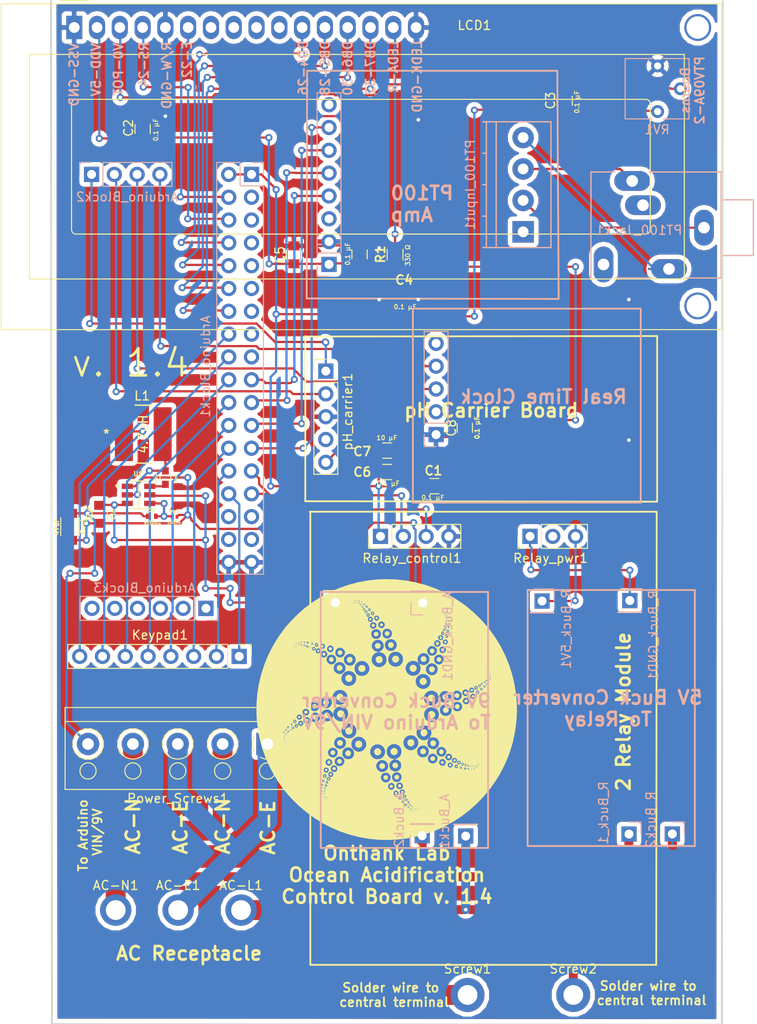
<source format=kicad_pcb>
(kicad_pcb (version 20171130) (host pcbnew 5.0.2-bee76a0~70~ubuntu18.04.1)
  (layers (0 F.Cu signal) (31 B.Cu signal) (34 B.Paste user hide) (35 F.Paste user hide) (36 B.SilkS user hide) (37 F.SilkS user hide) (38 B.Mask user hide) (39 F.Mask user hide) (44 Edge.Cuts user hide))
  (net 0 "")
  (net 1 GND)
  (net 2 Relay_IN1)
  (net 3 Relay_IN2)
  (net 4 "Net-(Arduino_Block1-Pad30)")
  (net 5 "Net-(Arduino_Block1-Pad28)")
  (net 6 "Net-(Arduino_Block1-Pad26)")
  (net 7 CS)
  (net 8 "Net-(Arduino_Block1-Pad24)")
  (net 9 SDI)
  (net 10 "Net-(Arduino_Block1-Pad22)")
  (net 11 SDO)
  (net 12 "Net-(Arduino_Block1-Pad20)")
  (net 13 CLK)
  (net 14 "Net-(Arduino_Block1-Pad18)")
  (net 15 "Net-(Arduino_Block1-Pad16)")
  (net 16 "Net-(Arduino_Block1-Pad14)")
  (net 17 "Net-(Arduino_Block1-Pad12)")
  (net 18 "Net-(Arduino_Block1-Pad10)")
  (net 19 "Net-(Arduino_Block1-Pad8)")
  (net 20 "Net-(Arduino_Block1-Pad6)")
  (net 21 "Net-(Arduino_Block1-Pad4)")
  (net 22 +5V)
  (net 23 pH_TX)
  (net 24 pH_RX)
  (net 25 "Net-(PT100_Input1-Pad3)")
  (net 26 "Net-(PT100_Input1-Pad2)")
  (net 27 "Net-(AC-L1-Pad1)")
  (net 28 "Net-(AC-N1-Pad1)")
  (net 29 "Net-(LCD1-Pad3)")
  (net 30 "Net-(LCD1-Pad15)")
  (net 31 "Net-(PT100_Input1-Pad4)")
  (net 32 "Net-(AC-E1-Pad1)")
  (net 33 "Net-(A_Buck_9V1-Pad1)")
  (net 34 "Net-(Arduino_Block2-Pad4)")
  (net 35 "Net-(Arduino_Block2-Pad3)")
  (net 36 "Net-(A_Buck_GND1-Pad1)")
  (net 37 "Net-(Cbst1-Pad1)")
  (net 38 "Net-(Cbst1-Pad2)")
  (net 39 "Net-(Cout1-Pad1)")
  (net 40 "Net-(R_Buck_5V1-Pad1)")
  (net 41 "Net-(R_Buck_GND1-Pad1)")
  (net 42 "Net-(Rfbb1-Pad1)")
  (module Pin_Headers:Pin_Header_Straight_1x01_Pitch2.54mm (layer F.Cu) (at 138.5824 99.6188)
    (fp_text reference A_Buck_9V1 hide)
    (fp_text value HEADER_1 hide)
    (pad 1 thru_hole rect (at 0 0) (size 1.7 1.7) (drill 1) (layers *.Cu *.Mask) (net 33 "Net-(A_Buck_9V1-Pad1)"))
  )
  (module Another_lcd_footprint:WC1602A_mod (layer F.Cu) (at 109.474 35.5981)
    (fp_text reference LCD1 (at 44.6024 -0.2413) (layer F.SilkS))
    (fp_text value WC1602A)
    (pad 1 thru_hole rect (at 0 0) (size 1.8 2.6) (drill 1.2) (layers *.Cu *.Mask) (net 1 GND))
    (pad 2 thru_hole oval (at 2.54 0) (size 1.8 2.6) (drill 1.2) (layers *.Cu *.Mask) (net 22 +5V))
    (pad 3 thru_hole oval (at 5.08 0) (size 1.8 2.6) (drill 1.2) (layers *.Cu *.Mask) (net 29 "Net-(LCD1-Pad3)"))
    (pad 4 thru_hole oval (at 7.62 0) (size 1.8 2.6) (drill 1.2) (layers *.Cu *.Mask) (net 20 "Net-(Arduino_Block1-Pad6)"))
    (pad 5 thru_hole oval (at 10.16 0) (size 1.8 2.6) (drill 1.2) (layers *.Cu *.Mask) (net 1 GND))
    (pad 6 thru_hole oval (at 12.7 0) (size 1.8 2.6) (drill 1.2) (layers *.Cu *.Mask) (net 21 "Net-(Arduino_Block1-Pad4)"))
    (pad 7 thru_hole oval (at 15.24 0) (size 1.8 2.6) (drill 1.2) (layers *.Cu *.Mask))
    (pad 8 thru_hole oval (at 17.78 0) (size 1.8 2.6) (drill 1.2) (layers *.Cu *.Mask))
    (pad 9 thru_hole oval (at 20.32 0) (size 1.8 2.6) (drill 1.2) (layers *.Cu *.Mask))
    (pad 10 thru_hole oval (at 22.86 0) (size 1.8 2.6) (drill 1.2) (layers *.Cu *.Mask))
    (pad 11 thru_hole oval (at 25.4 0) (size 1.8 2.6) (drill 1.2) (layers *.Cu *.Mask) (net 19 "Net-(Arduino_Block1-Pad8)"))
    (pad 12 thru_hole oval (at 27.94 0) (size 1.8 2.6) (drill 1.2) (layers *.Cu *.Mask) (net 18 "Net-(Arduino_Block1-Pad10)"))
    (pad 13 thru_hole oval (at 30.48 0) (size 1.8 2.6) (drill 1.2) (layers *.Cu *.Mask) (net 17 "Net-(Arduino_Block1-Pad12)"))
    (pad 14 thru_hole oval (at 33.02 0) (size 1.8 2.6) (drill 1.2) (layers *.Cu *.Mask) (net 16 "Net-(Arduino_Block1-Pad14)"))
    (pad 15 thru_hole oval (at 35.56 0) (size 1.8 2.6) (drill 1.2) (layers *.Cu *.Mask) (net 30 "Net-(LCD1-Pad15)"))
    (pad 16 thru_hole oval (at 38.1 0) (size 1.8 2.6) (drill 1.2) (layers *.Cu *.Mask) (net 1 GND))
    (pad "" thru_hole circle (at 69.49948 31.0007) (size 3 3) (drill 2.5) (layers *.Cu *.Mask))
    (pad "" thru_hole circle (at 69.5 0) (size 3 3) (drill 2.5) (layers *.Cu *.Mask))
  )
  (module Pin_Headers:Pin_Header_Straight_2x18_Pitch2.54mm (layer B.Cu) (at 129.2352 51.9557 180)
    (fp_text reference Arduino_Block1 (at 5.1308 -21.3995 270) (layer B.SilkS) (effects (justify mirror)))
    (fp_text value HEADER_18x2 hide)
    (pad 36 thru_hole oval (at 2.54 -43.18 180) (size 1.7 1.7) (drill 1) (layers *.Cu *.Mask) (net 1 GND))
    (pad 35 thru_hole oval (at 0 -43.18 180) (size 1.7 1.7) (drill 1) (layers *.Cu *.Mask) (net 1 GND))
    (pad 34 thru_hole oval (at 2.54 -40.64 180) (size 1.7 1.7) (drill 1) (layers *.Cu *.Mask))
    (pad 33 thru_hole oval (at 0 -40.64 180) (size 1.7 1.7) (drill 1) (layers *.Cu *.Mask))
    (pad 32 thru_hole oval (at 2.54 -38.1 180) (size 1.7 1.7) (drill 1) (layers *.Cu *.Mask))
    (pad 31 thru_hole oval (at 0 -38.1 180) (size 1.7 1.7) (drill 1) (layers *.Cu *.Mask))
    (pad 30 thru_hole oval (at 2.54 -35.56 180) (size 1.7 1.7) (drill 1) (layers *.Cu *.Mask) (net 4 "Net-(Arduino_Block1-Pad30)"))
    (pad 29 thru_hole oval (at 0 -35.56 180) (size 1.7 1.7) (drill 1) (layers *.Cu *.Mask) (net 2 Relay_IN1))
    (pad 28 thru_hole oval (at 2.54 -33.02 180) (size 1.7 1.7) (drill 1) (layers *.Cu *.Mask) (net 5 "Net-(Arduino_Block1-Pad28)"))
    (pad 27 thru_hole oval (at 0 -33.02 180) (size 1.7 1.7) (drill 1) (layers *.Cu *.Mask) (net 3 Relay_IN2))
    (pad 26 thru_hole oval (at 2.54 -30.48 180) (size 1.7 1.7) (drill 1) (layers *.Cu *.Mask) (net 6 "Net-(Arduino_Block1-Pad26)"))
    (pad 25 thru_hole oval (at 0 -30.48 180) (size 1.7 1.7) (drill 1) (layers *.Cu *.Mask) (net 7 CS))
    (pad 24 thru_hole oval (at 2.54 -27.94 180) (size 1.7 1.7) (drill 1) (layers *.Cu *.Mask) (net 8 "Net-(Arduino_Block1-Pad24)"))
    (pad 23 thru_hole oval (at 0 -27.94 180) (size 1.7 1.7) (drill 1) (layers *.Cu *.Mask) (net 9 SDI))
    (pad 22 thru_hole oval (at 2.54 -25.4 180) (size 1.7 1.7) (drill 1) (layers *.Cu *.Mask) (net 10 "Net-(Arduino_Block1-Pad22)"))
    (pad 21 thru_hole oval (at 0 -25.4 180) (size 1.7 1.7) (drill 1) (layers *.Cu *.Mask) (net 11 SDO))
    (pad 20 thru_hole oval (at 2.54 -22.86 180) (size 1.7 1.7) (drill 1) (layers *.Cu *.Mask) (net 12 "Net-(Arduino_Block1-Pad20)"))
    (pad 19 thru_hole oval (at 0 -22.86 180) (size 1.7 1.7) (drill 1) (layers *.Cu *.Mask) (net 13 CLK))
    (pad 18 thru_hole oval (at 2.54 -20.32 180) (size 1.7 1.7) (drill 1) (layers *.Cu *.Mask) (net 14 "Net-(Arduino_Block1-Pad18)"))
    (pad 17 thru_hole oval (at 0 -20.32 180) (size 1.7 1.7) (drill 1) (layers *.Cu *.Mask))
    (pad 16 thru_hole oval (at 2.54 -17.78 180) (size 1.7 1.7) (drill 1) (layers *.Cu *.Mask) (net 15 "Net-(Arduino_Block1-Pad16)"))
    (pad 15 thru_hole oval (at 0 -17.78 180) (size 1.7 1.7) (drill 1) (layers *.Cu *.Mask))
    (pad 14 thru_hole oval (at 2.54 -15.24 180) (size 1.7 1.7) (drill 1) (layers *.Cu *.Mask) (net 16 "Net-(Arduino_Block1-Pad14)"))
    (pad 13 thru_hole oval (at 0 -15.24 180) (size 1.7 1.7) (drill 1) (layers *.Cu *.Mask))
    (pad 12 thru_hole oval (at 2.54 -12.7 180) (size 1.7 1.7) (drill 1) (layers *.Cu *.Mask) (net 17 "Net-(Arduino_Block1-Pad12)"))
    (pad 11 thru_hole oval (at 0 -12.7 180) (size 1.7 1.7) (drill 1) (layers *.Cu *.Mask))
    (pad 10 thru_hole oval (at 2.54 -10.16 180) (size 1.7 1.7) (drill 1) (layers *.Cu *.Mask) (net 18 "Net-(Arduino_Block1-Pad10)"))
    (pad 9 thru_hole oval (at 0 -10.16 180) (size 1.7 1.7) (drill 1) (layers *.Cu *.Mask))
    (pad 8 thru_hole oval (at 2.54 -7.62 180) (size 1.7 1.7) (drill 1) (layers *.Cu *.Mask) (net 19 "Net-(Arduino_Block1-Pad8)"))
    (pad 7 thru_hole oval (at 0 -7.62 180) (size 1.7 1.7) (drill 1) (layers *.Cu *.Mask))
    (pad 6 thru_hole oval (at 2.54 -5.08 180) (size 1.7 1.7) (drill 1) (layers *.Cu *.Mask) (net 20 "Net-(Arduino_Block1-Pad6)"))
    (pad 5 thru_hole oval (at 0 -5.08 180) (size 1.7 1.7) (drill 1) (layers *.Cu *.Mask))
    (pad 4 thru_hole oval (at 2.54 -2.54 180) (size 1.7 1.7) (drill 1) (layers *.Cu *.Mask) (net 21 "Net-(Arduino_Block1-Pad4)"))
    (pad 3 thru_hole oval (at 0 -2.54 180) (size 1.7 1.7) (drill 1) (layers *.Cu *.Mask))
    (pad 2 thru_hole oval (at 2.54 0 180) (size 1.7 1.7) (drill 1) (layers *.Cu *.Mask) (net 22 +5V))
    (pad 1 thru_hole rect (at 0 0 180) (size 1.7 1.7) (drill 1) (layers *.Cu *.Mask) (net 22 +5V))
  )
  (module Pin_Headers:Pin_Header_Straight_1x04_Pitch2.54mm (layer B.Cu) (at 111.4044 51.9557 270)
    (fp_text reference Arduino_Block2 (at 2.5019 -3.9624) (layer B.SilkS) (effects (justify mirror)))
    (fp_text value HEADER_4 hide)
    (pad 4 thru_hole oval (at 0 -7.62 270) (size 1.7 1.7) (drill 1) (layers *.Cu *.Mask) (net 34 "Net-(Arduino_Block2-Pad4)"))
    (pad 3 thru_hole oval (at 0 -5.08 270) (size 1.7 1.7) (drill 1) (layers *.Cu *.Mask) (net 35 "Net-(Arduino_Block2-Pad3)"))
    (pad 2 thru_hole oval (at 0 -2.54 270) (size 1.7 1.7) (drill 1) (layers *.Cu *.Mask) (net 23 pH_TX))
    (pad 1 thru_hole rect (at 0 0 270) (size 1.7 1.7) (drill 1) (layers *.Cu *.Mask) (net 24 pH_RX))
  )
  (module Pin_Headers:Pin_Header_Straight_1x06_Pitch2.54mm (layer B.Cu) (at 124.1552 100.2665 90)
    (fp_text reference Arduino_Block3 (at 2.2733 -6.858 180) (layer B.SilkS) (effects (justify mirror)))
    (fp_text value HEADER_6 hide)
    (pad 6 thru_hole oval (at 0 -12.7 90) (size 1.7 1.7) (drill 1) (layers *.Cu *.Mask))
    (pad 5 thru_hole oval (at 0 -10.16 90) (size 1.7 1.7) (drill 1) (layers *.Cu *.Mask))
    (pad 4 thru_hole oval (at 0 -7.62 90) (size 1.7 1.7) (drill 1) (layers *.Cu *.Mask))
    (pad 3 thru_hole oval (at 0 -5.08 90) (size 1.7 1.7) (drill 1) (layers *.Cu *.Mask))
    (pad 2 thru_hole oval (at 0 -2.54 90) (size 1.7 1.7) (drill 1) (layers *.Cu *.Mask))
    (pad 1 thru_hole rect (at 0 0 90) (size 1.7 1.7) (drill 1) (layers *.Cu *.Mask))
  )
  (module Pin_Headers:Pin_Header_Straight_1x08_Pitch2.54mm (layer F.Cu) (at 127.8636 105.6132 270)
    (fp_text reference Keypad1 (at -2.3876 8.8392) (layer F.SilkS))
    (fp_text value HEADER_8 hide)
    (pad 8 thru_hole oval (at 0 17.78 270) (size 1.7 1.7) (drill 1) (layers *.Cu *.Mask) (net 15 "Net-(Arduino_Block1-Pad16)"))
    (pad 7 thru_hole oval (at 0 15.24 270) (size 1.7 1.7) (drill 1) (layers *.Cu *.Mask) (net 14 "Net-(Arduino_Block1-Pad18)"))
    (pad 6 thru_hole oval (at 0 12.7 270) (size 1.7 1.7) (drill 1) (layers *.Cu *.Mask) (net 12 "Net-(Arduino_Block1-Pad20)"))
    (pad 5 thru_hole oval (at 0 10.16 270) (size 1.7 1.7) (drill 1) (layers *.Cu *.Mask) (net 10 "Net-(Arduino_Block1-Pad22)"))
    (pad 4 thru_hole oval (at 0 7.62 270) (size 1.7 1.7) (drill 1) (layers *.Cu *.Mask) (net 8 "Net-(Arduino_Block1-Pad24)"))
    (pad 3 thru_hole oval (at 0 5.08 270) (size 1.7 1.7) (drill 1) (layers *.Cu *.Mask) (net 6 "Net-(Arduino_Block1-Pad26)"))
    (pad 2 thru_hole oval (at 0 2.54 270) (size 1.7 1.7) (drill 1) (layers *.Cu *.Mask) (net 5 "Net-(Arduino_Block1-Pad28)"))
    (pad 1 thru_hole rect (at 0 0 270) (size 1.7 1.7) (drill 1) (layers *.Cu *.Mask) (net 4 "Net-(Arduino_Block1-Pad30)"))
  )
  (module Socket_Strips:Socket_Strip_Straight_1x05_Pitch2.54mm (layer F.Cu) (at 137.5156 73.8505)
    (fp_text reference pH_carrier1 (at 2.4384 4.5212 90) (layer F.SilkS))
    (fp_text value HEADER_5 hide)
    (pad 5 thru_hole oval (at 0 10.16) (size 1.7 1.7) (drill 1) (layers *.Cu *.Mask) (net 22 +5V))
    (pad 4 thru_hole oval (at 0 7.62) (size 1.7 1.7) (drill 1) (layers *.Cu *.Mask))
    (pad 3 thru_hole oval (at 0 5.08) (size 1.7 1.7) (drill 1) (layers *.Cu *.Mask) (net 1 GND))
    (pad 2 thru_hole oval (at 0 2.54) (size 1.7 1.7) (drill 1) (layers *.Cu *.Mask) (net 23 pH_TX))
    (pad 1 thru_hole rect (at 0 0) (size 1.7 1.7) (drill 1) (layers *.Cu *.Mask) (net 24 pH_RX))
  )
  (module TerminalBlock_Phoenix:TerminalBlock_Phoenix_PT-3.5mm_4pol (layer B.Cu) (at 159.509426 58.350304 90)
    (fp_text reference PT100_Input1 (at 5.2324 -5.8928 90) (layer B.SilkS) (effects (justify mirror)))
    (fp_text value Screw_Terminal_01x04 hide)
    (pad 3 thru_hole circle (at 7 0 90) (size 2.4 2.4) (drill 1.2) (layers *.Cu *.Mask) (net 25 "Net-(PT100_Input1-Pad3)"))
    (pad 4 thru_hole circle (at 10.5 0 90) (size 2.4 2.4) (drill 1.2) (layers *.Cu *.Mask) (net 31 "Net-(PT100_Input1-Pad4)"))
    (pad 2 thru_hole circle (at 3.5 0 90) (size 2.4 2.4) (drill 1.2) (layers *.Cu *.Mask) (net 26 "Net-(PT100_Input1-Pad2)"))
    (pad 1 thru_hole rect (at 0 0 90) (size 2.4 2.4) (drill 1.2) (layers *.Cu *.Mask))
  )
  (module Connectors:Stereo_Jack_3.5mm_Switch_Ledino_KB3SPRS (layer B.Cu) (at 175.768 62.484 180)
    (fp_text reference PT100_Jack1 (at 3.3528 4.318 180) (layer B.SilkS) (effects (justify mirror)))
    (fp_text value Jack_3.5mm_5pin hide)
    (pad 3 thru_hole oval (at -3.9 4.6 180) (size 2.2 4) (drill 1.3) (layers *.Cu *.Mask) (net 26 "Net-(PT100_Input1-Pad2)"))
    (pad 2 thru_hole oval (at 4.1 9.8 180) (size 4 2.2) (drill 1.3) (layers *.Cu *.Mask) (net 25 "Net-(PT100_Input1-Pad3)"))
    (pad 5 thru_hole oval (at 2.9 7.1 180) (size 4 2.2) (drill 1.3) (layers *.Cu *.Mask))
    (pad 4 thru_hole oval (at 7.3 0.5 90) (size 4 2.2) (drill 1.3) (layers *.Cu *.Mask))
    (pad 1 thru_hole oval (at 0 0 180) (size 4 2.2) (drill 1.3) (layers *.Cu *.Mask) (net 31 "Net-(PT100_Input1-Pad4)"))
  )
  (module Pin_Headers:Pin_Header_Straight_1x04_Pitch2.54mm (layer F.Cu) (at 143.6116 92.2528 90)
    (fp_text reference Relay_control1 (at -2.4384 3.5052 180) (layer F.SilkS))
    (fp_text value HEADER_4 hide)
    (pad 4 thru_hole oval (at 0 7.62 90) (size 1.7 1.7) (drill 1) (layers *.Cu *.Mask) (net 1 GND))
    (pad 3 thru_hole oval (at 0 5.08 90) (size 1.7 1.7) (drill 1) (layers *.Cu *.Mask) (net 2 Relay_IN1))
    (pad 2 thru_hole oval (at 0 2.54 90) (size 1.7 1.7) (drill 1) (layers *.Cu *.Mask) (net 3 Relay_IN2))
    (pad 1 thru_hole rect (at 0 0 90) (size 1.7 1.7) (drill 1) (layers *.Cu *.Mask) (net 22 +5V))
  )
  (module Pin_Headers:Pin_Header_Straight_1x03_Pitch2.54mm (layer F.Cu) (at 160.274 92.2528 90)
    (fp_text reference Relay_pwr1 (at -2.4384 2.286 180) (layer F.SilkS))
    (fp_text value HEADER_3 hide)
    (pad 1 thru_hole rect (at 0 0 90) (size 1.7 1.7) (drill 1) (layers *.Cu *.Mask) (net 41 "Net-(R_Buck_GND1-Pad1)"))
    (pad 2 thru_hole oval (at 0 2.54 90) (size 1.7 1.7) (drill 1) (layers *.Cu *.Mask))
    (pad 3 thru_hole oval (at 0 5.08 90) (size 1.7 1.7) (drill 1) (layers *.Cu *.Mask) (net 40 "Net-(R_Buck_5V1-Pad1)"))
  )
  (module Pin_Headers:Pin_Header_Straight_1x01_Pitch2.54mm (layer B.Cu) (at 153.110949 125.618646)
    (fp_text reference A_Buck1 (at -2.363829 -1.635433 -90) (layer B.SilkS) (effects (justify mirror)))
    (fp_text value HEADER_1 hide)
    (pad 1 thru_hole rect (at 0 0) (size 1.7 1.7) (drill 1) (layers *.Cu *.Mask) (net 27 "Net-(AC-L1-Pad1)"))
  )
  (module Pin_Headers:Pin_Header_Straight_1x01_Pitch2.54mm (layer B.Cu) (at 148.259549 125.580546)
    (fp_text reference A_Buck2 (at -2.569569 -1.787833 -90) (layer B.SilkS) (effects (justify mirror)))
    (fp_text value HEADER_1 hide)
    (pad 1 thru_hole rect (at 0 0) (size 1.7 1.7) (drill 1) (layers *.Cu *.Mask) (net 28 "Net-(AC-N1-Pad1)"))
  )
  (module Pin_Headers:Pin_Header_Straight_1x01_Pitch2.54mm (layer B.Cu) (at 148.323049 99.659846)
    (fp_text reference A_Buck_GND1 (at 2.782211 3.718887 -90) (layer B.SilkS) (effects (justify mirror)))
    (fp_text value HEADER_1 hide)
    (pad 1 thru_hole rect (at 0 0) (size 1.7 1.7) (drill 1) (layers *.Cu *.Mask) (net 36 "Net-(A_Buck_GND1-Pad1)"))
  )
  (module Pin_Headers:Pin_Header_Straight_1x01_Pitch2.54mm (layer B.Cu) (at 176.137176 125.383292 180)
    (fp_text reference R_Buck2 (at 2.393481 1.606849 90) (layer B.SilkS) (effects (justify mirror)))
    (fp_text value HEADER_1 hide)
    (pad 1 thru_hole rect (at 0 0 180) (size 1.7 1.7) (drill 1) (layers *.Cu *.Mask) (net 27 "Net-(AC-L1-Pad1)"))
  )
  (module Pin_Headers:Pin_Header_Straight_1x01_Pitch2.54mm (layer B.Cu) (at 171.311176 125.395992 180)
    (fp_text reference R_Buck_1 (at 2.845601 2.338369 90) (layer B.SilkS) (effects (justify mirror)))
    (fp_text value HEADER_1 hide)
    (pad 1 thru_hole rect (at 0 0 180) (size 1.7 1.7) (drill 1) (layers *.Cu *.Mask) (net 28 "Net-(AC-N1-Pad1)"))
  )
  (module Pin_Headers:Pin_Header_Straight_1x01_Pitch2.54mm (layer B.Cu) (at 161.621076 99.449892 180)
    (fp_text reference R_Buck_5V1 (at -2.701759 -3.132791 90) (layer B.SilkS) (effects (justify mirror)))
    (fp_text value HEADER_1 hide)
    (pad 1 thru_hole rect (at 0 0 180) (size 1.7 1.7) (drill 1) (layers *.Cu *.Mask) (net 40 "Net-(R_Buck_5V1-Pad1)"))
  )
  (module Pin_Headers:Pin_Header_Straight_1x01_Pitch2.54mm (layer B.Cu) (at 171.400076 99.399092 180)
    (fp_text reference R_Buck_GND1 (at -2.630639 -3.884631 90) (layer B.SilkS) (effects (justify mirror)))
    (fp_text value HEADER_1 hide)
    (pad 1 thru_hole rect (at 0 0 180) (size 1.7 1.7) (drill 1) (layers *.Cu *.Mask) (net 41 "Net-(R_Buck_GND1-Pad1)"))
  )
  (module Mounting_Holes:MountingHole_2.2mm_M2_ISO7380_Pad (layer F.Cu) (at 121.0564 133.858)
    (fp_text reference AC-E1 (at 0 -2.75) (layer F.SilkS))
    (fp_text value Mounting_Hole_PAD hide)
    (pad 1 thru_hole circle (at 0 0) (size 3.5 3.5) (drill 2.2) (layers *.Cu *.Mask) (net 32 "Net-(AC-E1-Pad1)"))
  )
  (module Mounting_Holes:MountingHole_2.2mm_M2_ISO7380_Pad (layer F.Cu) (at 128.0668 133.858)
    (fp_text reference AC-L1 (at 0 -2.75) (layer F.SilkS))
    (fp_text value Mounting_Hole_PAD hide)
    (pad 1 thru_hole circle (at 0 0) (size 3.5 3.5) (drill 2.2) (layers *.Cu *.Mask) (net 27 "Net-(AC-L1-Pad1)"))
  )
  (module Mounting_Holes:MountingHole_2.2mm_M2_ISO7380_Pad (layer F.Cu) (at 114.0968 133.858)
    (fp_text reference AC-N1 (at 0 -2.75) (layer F.SilkS))
    (fp_text value Mounting_Hole_PAD hide)
    (pad 1 thru_hole circle (at 0 0) (size 3.5 3.5) (drill 2.2) (layers *.Cu *.Mask) (net 28 "Net-(AC-N1-Pad1)"))
  )
  (module Socket_Strips:Socket_Strip_Straight_1x08_Pitch2.54mm (layer B.Cu) (at 137.8712 61.976)
    (fp_text reference PT100_amp1 hide)
    (fp_text value HEADER_8 hide)
    (pad 8 thru_hole oval (at 0 -17.78) (size 1.7 1.7) (drill 1) (layers *.Cu *.Mask))
    (pad 7 thru_hole oval (at 0 -15.24) (size 1.7 1.7) (drill 1) (layers *.Cu *.Mask) (net 7 CS))
    (pad 6 thru_hole oval (at 0 -12.7) (size 1.7 1.7) (drill 1) (layers *.Cu *.Mask) (net 9 SDI))
    (pad 5 thru_hole oval (at 0 -10.16) (size 1.7 1.7) (drill 1) (layers *.Cu *.Mask) (net 11 SDO))
    (pad 4 thru_hole oval (at 0 -7.62) (size 1.7 1.7) (drill 1) (layers *.Cu *.Mask) (net 13 CLK))
    (pad 3 thru_hole oval (at 0 -5.08) (size 1.7 1.7) (drill 1) (layers *.Cu *.Mask))
    (pad 2 thru_hole oval (at 0 -2.54) (size 1.7 1.7) (drill 1) (layers *.Cu *.Mask) (net 1 GND))
    (pad 1 thru_hole rect (at 0 0) (size 1.7 1.7) (drill 1) (layers *.Cu *.Mask) (net 22 +5V))
  )
  (module Mounting_Holes:MountingHole_2.2mm_M2_DIN965_Pad (layer F.Cu) (at 153.3144 143.3068)
    (fp_text reference Screw1 (at 0 -2.9) (layer F.SilkS))
    (fp_text value Mounting_Hole_PAD hide)
    (pad 1 thru_hole circle (at 0 0) (size 3.8 3.8) (drill 2.2) (layers *.Cu *.Mask) (net 27 "Net-(AC-L1-Pad1)"))
  )
  (module Mounting_Holes:MountingHole_2.2mm_M2_DIN965_Pad (layer F.Cu) (at 165.1 143.3068)
    (fp_text reference Screw2 (at 0 -2.9) (layer F.SilkS))
    (fp_text value Mounting_Hole_PAD hide)
    (pad 1 thru_hole circle (at 0 0) (size 3.8 3.8) (drill 2.2) (layers *.Cu *.Mask) (net 27 "Net-(AC-L1-Pad1)"))
  )
  (module Resistors_SMD:R_0805 (layer F.Cu) (at 145.2372 60.8838 90)
    (fp_text reference R1 hide)
    (fp_text value R hide)
    (pad 2 smd rect (at 0.95 0 90) (size 0.7 1.3) (layers F.Cu F.Paste F.Mask) (net 30 "Net-(LCD1-Pad15)"))
    (pad 1 smd rect (at -0.95 0 90) (size 0.7 1.3) (layers F.Cu F.Paste F.Mask) (net 22 +5V))
  )
  (module Capacitors_SMD:C_0805 (layer F.Cu) (at 149.622 86.6648 180)
    (fp_text reference C1 hide)
    (fp_text value C hide)
    (pad 1 smd rect (at -1 0 180) (size 1 1.25) (layers F.Cu F.Paste F.Mask) (net 1 GND))
    (pad 2 smd rect (at 1 0 180) (size 1 1.25) (layers F.Cu F.Paste F.Mask) (net 22 +5V))
  )
  (module Capacitors_SMD:C_0805 (layer F.Cu) (at 117.094 46.9084 270)
    (fp_text reference C2 (at -0.1216 1.5748 270) (layer F.SilkS))
    (fp_text value C hide)
    (pad 2 smd rect (at 1 0 270) (size 1 1.25) (layers F.Cu F.Paste F.Mask) (net 22 +5V))
    (pad 1 smd rect (at -1 0 270) (size 1 1.25) (layers F.Cu F.Paste F.Mask) (net 1 GND))
  )
  (module Capacitors_SMD:C_0805 (layer F.Cu) (at 164.1348 43.7548 270)
    (fp_text reference C3 (at -0.016 1.5748 270) (layer F.SilkS))
    (fp_text value C hide)
    (pad 2 smd rect (at 1 0 270) (size 1 1.25) (layers F.Cu F.Paste F.Mask) (net 22 +5V))
    (pad 1 smd rect (at -1 0 270) (size 1 1.25) (layers F.Cu F.Paste F.Mask) (net 1 GND))
  )
  (module Capacitors_SMD:C_0805 (layer F.Cu) (at 141.2748 60.8584 90)
    (fp_text reference C4 hide)
    (fp_text value C hide)
    (pad 1 smd rect (at -1 0 90) (size 1 1.25) (layers F.Cu F.Paste F.Mask) (net 22 +5V))
    (pad 2 smd rect (at 1 0 90) (size 1 1.25) (layers F.Cu F.Paste F.Mask) (net 1 GND))
  )
  (module Capacitors_SMD:C_0805 (layer F.Cu) (at 133.9596 60.9092 270)
    (fp_text reference C5 (at 0 1.5748 270) (layer F.SilkS))
    (fp_text value C hide)
    (pad 1 smd rect (at -1 0 270) (size 1 1.25) (layers F.Cu F.Paste F.Mask) (net 1 GND))
    (pad 2 smd rect (at 1 0 270) (size 1 1.25) (layers F.Cu F.Paste F.Mask) (net 22 +5V))
  )
  (module Capacitors_SMD:C_0805 (layer F.Cu) (at 144.358205 85.09)
    (fp_text reference C6 hide)
    (fp_text value C hide)
    (pad 2 smd rect (at 1 0) (size 1 1.25) (layers F.Cu F.Paste F.Mask) (net 1 GND))
    (pad 1 smd rect (at -1 0) (size 1 1.25) (layers F.Cu F.Paste F.Mask) (net 22 +5V))
  )
  (module Capacitors_SMD:C_0805 (layer F.Cu) (at 144.362205 82.7024)
    (fp_text reference C7 hide)
    (fp_text value C hide)
    (pad 2 smd rect (at 1 0) (size 1 1.25) (layers F.Cu F.Paste F.Mask) (net 1 GND))
    (pad 1 smd rect (at -1 0) (size 1 1.25) (layers F.Cu F.Paste F.Mask) (net 22 +5V))
  )
  (module lab_logo:lab_logo_smaller (layer F.Cu) (at 144.0688 111.6076)
    (fp_text reference G*** hide)
    (fp_text value LOGO hide)
  )
  (module TerminalBlock_RND:TerminalBlock_RND_205-00004_Pitch5.00mm (layer F.Cu) (at 131.0132 115.3668 180)
    (fp_text reference Power_Screws1 (at 10 -6.06 180) (layer F.SilkS))
    (fp_text value Screw_Terminal_01x05)
    (pad 5 thru_hole circle (at 20 0 180) (size 2.5 2.5) (drill 1.3) (layers *.Cu *.Mask) (net 39 "Net-(Cout1-Pad1)"))
    (pad 4 thru_hole circle (at 15 0 180) (size 2.5 2.5) (drill 1.3) (layers *.Cu *.Mask) (net 28 "Net-(AC-N1-Pad1)"))
    (pad 3 thru_hole circle (at 10 0 180) (size 2.5 2.5) (drill 1.3) (layers *.Cu *.Mask) (net 32 "Net-(AC-E1-Pad1)"))
    (pad 2 thru_hole circle (at 5 0 180) (size 2.5 2.5) (drill 1.3) (layers *.Cu *.Mask) (net 28 "Net-(AC-N1-Pad1)"))
    (pad 1 thru_hole rect (at 0 0 180) (size 2.5 2.5) (drill 1.3) (layers *.Cu *.Mask) (net 32 "Net-(AC-E1-Pad1)"))
  )
  (module Capacitors_SMD:C_0805 (layer F.Cu) (at 153.0096 80.1784 90)
    (fp_text reference C8 (at 0 -1.5 90) (layer F.SilkS))
    (fp_text value C-device hide)
    (pad 2 smd rect (at 1 0 90) (size 1 1.25) (layers F.Cu F.Paste F.Mask) (net 22 +5V))
    (pad 1 smd rect (at -1 0 90) (size 1 1.25) (layers F.Cu F.Paste F.Mask) (net 1 GND))
  )
  (module Pin_Headers:Pin_Header_Straight_1x05_Pitch2.54mm (layer B.Cu) (at 149.8092 80.9244)
    (fp_text reference PCF8523_RTC1 hide)
    (fp_text value Conn_01x05_Female hide)
    (pad 5 thru_hole oval (at 0 -10.16) (size 1.7 1.7) (drill 1) (layers *.Cu *.Mask))
    (pad 4 thru_hole oval (at 0 -7.62) (size 1.7 1.7) (drill 1) (layers *.Cu *.Mask) (net 34 "Net-(Arduino_Block2-Pad4)"))
    (pad 3 thru_hole oval (at 0 -5.08) (size 1.7 1.7) (drill 1) (layers *.Cu *.Mask) (net 35 "Net-(Arduino_Block2-Pad3)"))
    (pad 2 thru_hole oval (at 0 -2.54) (size 1.7 1.7) (drill 1) (layers *.Cu *.Mask) (net 22 +5V))
    (pad 1 thru_hole rect (at 0 0) (size 1.7 1.7) (drill 1) (layers *.Cu *.Mask) (net 1 GND))
  )
  (module Potentiometers:Potentiometer_Trimmer_Vishay_T73YP_Horizontal (layer B.Cu) (at 174.498 39.878)
    (fp_text reference RV1 (at -0.06 7.09) (layer B.SilkS) (effects (justify mirror)))
    (fp_text value POT)
    (pad 1 thru_hole circle (at 0 0) (size 1.44 1.44) (drill 0.8) (layers *.Cu *.Mask) (net 1 GND))
    (pad 2 thru_hole circle (at 2.54 2.54) (size 1.44 1.44) (drill 0.8) (layers *.Cu *.Mask) (net 29 "Net-(LCD1-Pad3)"))
    (pad 3 thru_hole circle (at 0 5.08) (size 1.44 1.44) (drill 0.8) (layers *.Cu *.Mask) (net 22 +5V))
  )
  (module Capacitors_SMD:C_0603 (layer F.Cu) (at 119.634 85.7116 270)
    (fp_text reference Cbst1 (at 0 -1.143 270) (layer F.SilkS) (effects (font (size 0.25 0.25) (thickness 0.0625))))
    (fp_text value 100nF (at 0.0508 1.016 270) (layer F.SilkS) (effects (font (size 0.25 0.25) (thickness 0.0625))))
    (pad 1 smd rect (at -0.75 0 270) (size 0.8 0.75) (layers F.Cu F.Paste F.Mask) (net 37 "Net-(Cbst1-Pad1)"))
    (pad 2 smd rect (at 0.75 0 270) (size 0.8 0.75) (layers F.Cu F.Paste F.Mask) (net 38 "Net-(Cbst1-Pad2)"))
  )
  (module Capacitors_SMD:C_0805 (layer F.Cu) (at 112.3188 89.7984 270)
    (fp_text reference Cin (at 0 -1.5 270) (layer F.SilkS) (effects (font (size 0.5 0.5) (thickness 0.125))))
    (fp_text value 22uF (at -0.0856 1.2192 90) (layer F.SilkS) (effects (font (size 0.5 0.5) (thickness 0.125))))
    (pad 2 smd rect (at 1 0 270) (size 1 1.25) (layers F.Cu F.Paste F.Mask) (net 36 "Net-(A_Buck_GND1-Pad1)"))
    (pad 1 smd rect (at -1 0 270) (size 1 1.25) (layers F.Cu F.Paste F.Mask) (net 33 "Net-(A_Buck_9V1-Pad1)"))
  )
  (module Capacitors_SMD:C_1206 (layer F.Cu) (at 108.9914 91.1874 270)
    (fp_text reference Cout (at -0.0268 -1.4478 270) (layer F.SilkS) (effects (font (size 0.5 0.5) (thickness 0.125))))
    (fp_text value 47uF (at 0.024 1.4732 90) (layer F.SilkS) (effects (font (size 0.5 0.5) (thickness 0.125))))
    (pad 2 smd rect (at 1.5 0 270) (size 1 1.6) (layers F.Cu F.Paste F.Mask) (net 36 "Net-(A_Buck_GND1-Pad1)"))
    (pad 1 smd rect (at -1.5 0 270) (size 1 1.6) (layers F.Cu F.Paste F.Mask) (net 39 "Net-(Cout1-Pad1)"))
  )
  (module Bourns_Inductor_Footprint:SRN6045-4R7Y (layer F.Cu) (at 117.1702 80.8736)
    (fp_text reference L1 (at -0.127 -4.2672) (layer F.SilkS))
    (fp_text value 4.7uH (at 0 0 90) (layer F.SilkS))
    (fp_text user * (at -4.1148 0) (layer F.SilkS))
    (pad 1 smd rect (at -2.159 0) (size 2.0066 5.9944) (layers F.Cu F.Paste F.Mask) (net 39 "Net-(Cout1-Pad1)"))
    (pad 2 smd rect (at 2.159 0) (size 2.0066 5.9944) (layers F.Cu F.Paste F.Mask) (net 37 "Net-(Cbst1-Pad1)"))
  )
  (module Resistors_SMD:R_0201 (layer F.Cu) (at 120.656 90.0684)
    (fp_text reference Rfbb1 (at -0.0568 -0.6096) (layer F.SilkS) (effects (font (size 0.25 0.25) (thickness 0.0625))))
    (fp_text value 10kOhm (at -0.0568 0.6604) (layer F.SilkS) (effects (font (size 0.25 0.25) (thickness 0.0625))))
    (pad 2 smd rect (at 0.26 0) (size 0.28 0.43) (layers F.Cu F.Paste F.Mask) (net 36 "Net-(A_Buck_GND1-Pad1)"))
    (pad 1 smd rect (at -0.26 0) (size 0.28 0.43) (layers F.Cu F.Paste F.Mask) (net 42 "Net-(Rfbb1-Pad1)"))
  )
  (module Resistors_SMD:R_0402 (layer F.Cu) (at 118.1172 90.0176)
    (fp_text reference Rfbt1 (at -0.0072 -0.8128) (layer F.SilkS) (effects (font (size 0.25 0.25) (thickness 0.0625))))
    (fp_text value 82.5kOhm (at 0.0944 0.8128 180) (layer F.SilkS) (effects (font (size 0.25 0.25) (thickness 0.0625))))
    (pad 2 smd rect (at 0.45 0) (size 0.4 0.6) (layers F.Cu F.Paste F.Mask) (net 42 "Net-(Rfbb1-Pad1)"))
    (pad 1 smd rect (at -0.45 0) (size 0.4 0.6) (layers F.Cu F.Paste F.Mask) (net 39 "Net-(Cout1-Pad1)"))
  )
  (module SOT95P280X110-6N:SOT95P280X110-6N (layer F.Cu) (at 116.6368 87.63)
    (fp_text reference U1 (at -0.0508 -2.3368) (layer F.SilkS) (effects (font (size 0.5 0.5) (thickness 0.125))))
    (fp_text value TPS561208DDC (at 0.0508 0.0254 90) (layer F.SilkS) (effects (font (size 0.25 0.25) (thickness 0.05))))
    (pad 6 smd rect (at 1.255 -0.95) (size 1.25 0.59) (layers F.Cu F.Paste F.Mask) (net 38 "Net-(Cbst1-Pad2)"))
    (pad 5 smd rect (at 1.255 0) (size 1.25 0.59) (layers F.Cu F.Paste F.Mask) (net 33 "Net-(A_Buck_9V1-Pad1)"))
    (pad 4 smd rect (at 1.255 0.95) (size 1.25 0.59) (layers F.Cu F.Paste F.Mask) (net 42 "Net-(Rfbb1-Pad1)"))
    (pad 1 smd rect (at -1.255 -0.95) (size 1.25 0.59) (layers F.Cu F.Paste F.Mask) (net 36 "Net-(A_Buck_GND1-Pad1)"))
    (pad 2 smd rect (at -1.255 0) (size 1.25 0.59) (layers F.Cu F.Paste F.Mask) (net 37 "Net-(Cbst1-Pad1)"))
    (pad 3 smd rect (at -1.255 0.95) (size 1.25 0.59) (layers F.Cu F.Paste F.Mask) (net 33 "Net-(A_Buck_9V1-Pad1)"))
  )
  (gr_text "0.1 μF" (at 154.3812 80.1624 90) (layer F.SilkS) (effects (font (size 0.5 0.5) (thickness 0.125))))
  (gr_text "Real Time Clock" (at 161.798 76.708) (layer B.SilkS) (effects (font (size 1.5 1.5) (thickness 0.3)) (justify mirror)))
  (gr_line (start 147.2184 88.4936) (end 147.2184 66.9036) (layer B.SilkS) (width 0.2))
  (gr_line (start 172.6184 88.4936) (end 147.2184 88.4936) (layer B.SilkS) (width 0.2))
  (gr_line (start 172.6184 66.9036) (end 172.6184 88.4936) (layer B.SilkS) (width 0.2))
  (gr_line (start 147.2692 66.9036) (end 172.6184 66.9036) (layer B.SilkS) (width 0.2))
  (gr_text "0.1 μF" (at 165.5064 43.8912 90) (layer F.SilkS) (effects (font (size 0.5 0.5) (thickness 0.1))))
  (gr_text C7 (at 141.5796 82.804) (layer F.SilkS) (effects (font (size 1 1) (thickness 0.2))))
  (gr_text C6 (at 141.5796 85.09) (layer F.SilkS) (effects (font (size 1 1) (thickness 0.2))))
  (gr_text "10 μF" (at 144.3228 81.28) (layer F.SilkS) (effects (font (size 0.5 0.5) (thickness 0.1))))
  (gr_text C1 (at 149.5044 84.9376) (layer F.SilkS) (effects (font (size 1 1) (thickness 0.2))))
  (gr_text "v. 1.4" (at 115.7478 72.9488) (layer F.SilkS) (effects (font (size 3 3) (thickness 0.3))))
  (gr_text "0.1 μF" (at 118.5672 46.99 90) (layer F.SilkS) (effects (font (size 0.5 0.5) (thickness 0.1))))
  (gr_text "0.1 μF" (at 139.954 60.8076 90) (layer F.SilkS) (effects (font (size 0.5 0.5) (thickness 0.1))))
  (gr_text "0.1 μF" (at 149.4536 87.9348) (layer F.SilkS) (effects (font (size 0.5 0.5) (thickness 0.1))))
  (gr_text "0.1 μF" (at 144.4752 86.36) (layer F.SilkS) (effects (font (size 0.5 0.5) (thickness 0.1))))
  (gr_text C4 (at 146.2532 63.7032) (layer F.SilkS) (effects (font (size 1 1) (thickness 0.2))))
  (gr_text R1 (at 143.6116 60.8584 90) (layer F.SilkS) (effects (font (size 1 1) (thickness 0.2))))
  (gr_text "0.1 μF" (at 146.3548 66.7004) (layer F.SilkS) (effects (font (size 0.5 0.5) (thickness 0.1))))
  (gr_text "330 Ω" (at 146.6596 60.96 90) (layer F.SilkS) (effects (font (size 0.5 0.5) (thickness 0.1))))
  (gr_text AC-E (at 131.064 124.6632 90) (layer F.SilkS) (effects (font (size 1.5 1.5) (thickness 0.3))))
  (gr_text "AC-E\n" (at 121.3104 124.6124 90) (layer F.SilkS) (effects (font (size 1.5 1.5) (thickness 0.3))))
  (gr_text "AC-N\n" (at 126.0348 124.5108 90) (layer F.SilkS) (effects (font (size 1.5 1.5) (thickness 0.3))))
  (gr_text AC-N (at 116.0272 124.5108 90) (layer F.SilkS) (effects (font (size 1.5 1.5) (thickness 0.3))))
  (gr_text "To Arduino \nVIN/9V" (at 111.252 125.1712 90) (layer F.SilkS) (effects (font (size 1 1) (thickness 0.2))))
  (gr_text "Onthank Lab\nOcean Acidification\nControl Board v. 1.4\n" (at 144.3228 129.9464) (layer F.SilkS) (effects (font (size 1.5 1.5) (thickness 0.3))))
  (gr_text "Solder wire to \ncentral terminal" (at 145.1356 143.3068) (layer F.SilkS) (effects (font (size 1 1) (thickness 0.2))))
  (gr_text "Solder wire to \ncentral terminal" (at 173.8376 143.1036) (layer F.SilkS) (effects (font (size 1 1) (thickness 0.2))))
  (gr_text "Bourns\nPTV09A-2" (at 178.3842 42.5958 90) (layer B.SilkS) (effects (font (size 1 1) (thickness 0.2)) (justify mirror)))
  (gr_text LEDK-GND (at 147.701 41.0718 90) (layer B.SilkS) (effects (font (size 1 1) (thickness 0.2)) (justify mirror)))
  (gr_text LEDA-R (at 145.0594 39.9796 90) (layer B.SilkS) (effects (font (size 1 1) (thickness 0.2)) (justify mirror)))
  (gr_text DB7-32 (at 142.494 40.1066 90) (layer B.SilkS) (effects (font (size 1 1) (thickness 0.2)) (justify mirror)))
  (gr_text DB6-30 (at 139.954 40.132 90) (layer B.SilkS) (effects (font (size 1 1) (thickness 0.2)) (justify mirror)))
  (gr_text DB5-28 (at 137.4394 40.1066 90) (layer B.SilkS) (effects (font (size 1 1) (thickness 0.2)) (justify mirror)))
  (gr_text DB4-26 (at 135.001 40.0812 90) (layer B.SilkS) (effects (font (size 1 1) (thickness 0.2)) (justify mirror)))
  (gr_text E-22 (at 122.047 39.1922 90) (layer B.SilkS) (effects (font (size 1 1) (thickness 0.2)) (justify mirror)))
  (gr_text R/W-GND (at 119.7864 40.9194 90) (layer B.SilkS) (effects (font (size 1 1) (thickness 0.2)) (justify mirror)))
  (gr_text RS-24 (at 117.2464 39.751 90) (layer B.SilkS) (effects (font (size 1 1) (thickness 0.2)) (justify mirror)))
  (gr_text V0-POT (at 114.4016 40.259 90) (layer B.SilkS) (effects (font (size 1 1) (thickness 0.2)) (justify mirror)))
  (gr_text VDD-5V (at 111.9124 40.3098 90) (layer B.SilkS) (effects (font (size 1 1) (thickness 0.2)) (justify mirror)))
  (gr_text VSS-GND (at 109.4486 40.8432 90) (layer B.SilkS) (effects (font (size 1 1) (thickness 0.2)) (justify mirror)))
  (gr_text "AC Receptacle" (at 122.2756 138.684) (layer F.SilkS) (effects (font (size 1.5 1.5) (thickness 0.3))))
  (gr_line (start 106.9848 146.558) (end 106.8832 32.4104) (layer Edge.Cuts) (width 0.2))
  (gr_line (start 181.6608 146.6088) (end 106.9848 146.558) (layer Edge.Cuts) (width 0.2))
  (gr_line (start 181.7624 32.4104) (end 181.6608 146.6088) (layer Edge.Cuts) (width 0.2))
  (gr_line (start 106.8832 32.4104) (end 181.7624 32.4104) (layer Edge.Cuts) (width 0.2))
  (gr_text "9V Buck Converter\nTo Arduino VIN/9V\n" (at 145.3896 111.76) (layer B.SilkS) (effects (font (size 1.5 1.5) (thickness 0.3)) (justify mirror)))
  (gr_text "5V Buck Converter\nTo Relay" (at 168.9608 111.4044) (layer B.SilkS) (effects (font (size 1.5 1.5) (thickness 0.3)) (justify mirror)))
  (gr_line (start 178.650865 126.726625) (end 178.650865 98.227825) (layer B.SilkS) (width 0.2))
  (gr_line (start 178.650865 98.227825) (end 160.007265 98.227825) (layer B.SilkS) (width 0.2))
  (gr_line (start 160.007265 126.726625) (end 178.650865 126.726625) (layer B.SilkS) (width 0.2))
  (gr_line (start 160.007265 98.227825) (end 160.007265 126.726625) (layer B.SilkS) (width 0.2))
  (gr_line (start 136.956549 98.440646) (end 136.956549 126.939446) (layer B.SilkS) (width 0.2))
  (gr_line (start 155.600149 98.440646) (end 136.956549 98.440646) (layer B.SilkS) (width 0.2))
  (gr_line (start 155.600149 126.939446) (end 155.600149 98.440646) (layer B.SilkS) (width 0.2))
  (gr_line (start 136.956549 126.939446) (end 155.600149 126.939446) (layer B.SilkS) (width 0.2))
  (gr_text "2 Relay Module" (at 170.688 111.76 90) (layer F.SilkS) (effects (font (size 1.5 1.5) (thickness 0.3))))
  (gr_line (start 135.7884 139.954) (end 135.7884 89.5096) (layer F.SilkS) (width 0.2))
  (gr_line (start 174.3456 139.954) (end 135.7884 139.954) (layer F.SilkS) (width 0.2))
  (gr_line (start 174.3964 89.5096) (end 174.3456 139.954) (layer F.SilkS) (width 0.2))
  (gr_line (start 135.7376 89.5096) (end 174.3964 89.5096) (layer F.SilkS) (width 0.2))
  (gr_text "pH Carrier Board" (at 155.956 78.232) (layer F.SilkS) (effects (font (size 1.5 1.5) (thickness 0.3))))
  (gr_line (start 135.2296 88.3412) (end 135.2296 69.9516) (layer F.SilkS) (width 0.2))
  (gr_line (start 174.4472 88.392) (end 135.2296 88.3412) (layer F.SilkS) (width 0.2))
  (gr_line (start 174.4472 69.9516) (end 174.4472 88.392) (layer F.SilkS) (width 0.2))
  (gr_line (start 135.2296 70.0024) (end 174.4472 69.9516) (layer F.SilkS) (width 0.2))
  (gr_text "PT100 \n Amp" (at 147.673026 55.251504) (layer B.SilkS) (effects (font (size 1.5 1.5) (thickness 0.3)) (justify mirror)))
  (gr_line (start 163.319426 40.417904) (end 163.471826 65.767104) (layer B.SilkS) (width 0.2))
  (gr_line (start 135.430226 40.417904) (end 163.319426 40.417904) (layer B.SilkS) (width 0.2))
  (gr_line (start 135.379426 65.767104) (end 135.430226 40.417904) (layer B.SilkS) (width 0.2))
  (gr_line (start 163.471826 65.817904) (end 135.379426 65.767104) (layer B.SilkS) (width 0.2))
  (segment (start 148.383603 99.7204) (end 148.323049 99.659846) (width 0.25) (layer F.Cu) (net 36))
  (segment (start 137.5029 78.9432) (end 137.5156 78.9305) (width 0.25) (layer F.Cu) (net 1))
  (segment (start 137.4775 78.8924) (end 137.5156 78.9305) (width 0.25) (layer F.Cu) (net 1))
  (segment (start 148.6916 89.2048) (end 148.6916 89.770485) (width 0.25) (layer B.Cu) (net 2))
  (segment (start 148.6916 89.770485) (end 148.6916 92.2528) (width 0.25) (layer B.Cu) (net 2))
  (via (at 148.6916 89.2048) (size 0.8) (drill 0.4) (layers F.Cu B.Cu) (net 2))
  (segment (start 132.250188 89.2556) (end 148.6916 89.2556) (width 0.25) (layer F.Cu) (net 2))
  (segment (start 129.2352 87.5157) (end 130.510288 87.5157) (width 0.25) (layer F.Cu) (net 2))
  (segment (start 130.510288 87.5157) (end 132.250188 89.2556) (width 0.25) (layer F.Cu) (net 2))
  (segment (start 145.9484 87.7316) (end 145.9484 92.0496) (width 0.25) (layer B.Cu) (net 3))
  (segment (start 145.9484 92.0496) (end 146.1516 92.2528) (width 0.25) (layer B.Cu) (net 3))
  (via (at 145.9484 87.7316) (size 0.8) (drill 0.4) (layers F.Cu B.Cu) (net 3))
  (segment (start 131.311798 87.6808) (end 145.9484 87.6808) (width 0.25) (layer F.Cu) (net 3))
  (segment (start 130.085199 85.825699) (end 130.085199 86.454201) (width 0.25) (layer F.Cu) (net 3))
  (segment (start 129.2352 84.9757) (end 130.085199 85.825699) (width 0.25) (layer F.Cu) (net 3))
  (segment (start 130.085199 86.454201) (end 131.311798 87.6808) (width 0.25) (layer F.Cu) (net 3))
  (segment (start 145.9484 91.948) (end 146.05 92.0496) (width 0.25) (layer B.Cu) (net 3))
  (segment (start 127.762 88.5825) (end 126.6952 87.5157) (width 0.25) (layer B.Cu) (net 4))
  (segment (start 127.870201 88.690701) (end 127.762 88.5825) (width 0.25) (layer B.Cu) (net 4))
  (segment (start 127.8636 105.6132) (end 127.8636 95.706302) (width 0.25) (layer B.Cu) (net 4))
  (segment (start 127.8636 95.706302) (end 127.870201 95.699701) (width 0.25) (layer B.Cu) (net 4))
  (segment (start 127.870201 95.699701) (end 127.870201 88.690701) (width 0.25) (layer B.Cu) (net 4))
  (segment (start 125.3236 105.6132) (end 125.3236 104.411119) (width 0.25) (layer B.Cu) (net 5))
  (segment (start 125.3236 104.411119) (end 125.520199 104.21452) (width 0.25) (layer B.Cu) (net 5))
  (segment (start 125.520199 104.21452) (end 125.520199 86.150701) (width 0.25) (layer B.Cu) (net 5))
  (segment (start 125.520199 86.150701) (end 126.6952 84.9757) (width 0.25) (layer B.Cu) (net 5))
  (segment (start 122.7836 104.411119) (end 122.790201 104.404518) (width 0.25) (layer B.Cu) (net 6))
  (segment (start 122.790201 86.340699) (end 126.6952 82.4357) (width 0.25) (layer B.Cu) (net 6))
  (segment (start 134.9756 82.4484) (end 129.2479 82.4484) (width 0.25) (layer F.Cu) (net 7))
  (segment (start 129.2479 82.4484) (end 129.2352 82.4357) (width 0.25) (layer F.Cu) (net 7))
  (via (at 134.9756 82.4484) (size 0.8) (drill 0.4) (layers F.Cu B.Cu) (net 7))
  (segment (start 135.9408 81.4832) (end 134.9756 82.4484) (width 0.25) (layer B.Cu) (net 7))
  (segment (start 135.9408 46.736) (end 135.9408 81.4832) (width 0.25) (layer B.Cu) (net 7))
  (via (at 135.9408 46.736) (size 0.8) (drill 0.4) (layers F.Cu B.Cu) (net 7))
  (segment (start 136.596849 46.736) (end 135.9408 46.736) (width 0.25) (layer F.Cu) (net 7))
  (segment (start 137.817826 46.717104) (end 136.615745 46.717104) (width 0.25) (layer F.Cu) (net 7))
  (segment (start 136.615745 46.717104) (end 136.596849 46.736) (width 0.25) (layer F.Cu) (net 7))
  (segment (start 137.754326 46.780604) (end 137.817826 46.717104) (width 0.25) (layer B.Cu) (net 7))
  (segment (start 120.2436 105.6132) (end 120.2436 100.837102) (width 0.25) (layer B.Cu) (net 8))
  (segment (start 120.2436 100.837102) (end 120.440199 100.640503) (width 0.25) (layer B.Cu) (net 8))
  (segment (start 120.440199 100.640503) (end 120.440199 86.150701) (width 0.25) (layer B.Cu) (net 8))
  (segment (start 120.440199 86.150701) (end 126.6952 79.8957) (width 0.25) (layer B.Cu) (net 8))
  (segment (start 134.8232 79.7052) (end 129.4257 79.7052) (width 0.25) (layer F.Cu) (net 9))
  (segment (start 129.4257 79.7052) (end 129.2352 79.8957) (width 0.25) (layer F.Cu) (net 9))
  (via (at 134.8232 79.7052) (size 0.8) (drill 0.4) (layers F.Cu B.Cu) (net 9))
  (segment (start 134.8232 49.276) (end 134.8232 79.8068) (width 0.25) (layer B.Cu) (net 9))
  (via (at 134.8232 49.276) (size 0.8) (drill 0.4) (layers F.Cu B.Cu) (net 9))
  (segment (start 136.596849 49.276) (end 134.8232 49.276) (width 0.25) (layer F.Cu) (net 9))
  (segment (start 137.817826 49.257104) (end 136.615745 49.257104) (width 0.25) (layer F.Cu) (net 9))
  (segment (start 136.615745 49.257104) (end 136.596849 49.276) (width 0.25) (layer F.Cu) (net 9))
  (segment (start 137.754326 49.320604) (end 137.817826 49.257104) (width 0.25) (layer B.Cu) (net 9))
  (segment (start 117.7036 105.6132) (end 117.7036 104.411119) (width 0.25) (layer B.Cu) (net 10))
  (segment (start 117.7036 104.411119) (end 117.900199 104.21452) (width 0.25) (layer B.Cu) (net 10))
  (segment (start 117.900199 104.21452) (end 117.900199 86.150701) (width 0.25) (layer B.Cu) (net 10))
  (segment (start 117.900199 86.150701) (end 126.6952 77.3557) (width 0.25) (layer B.Cu) (net 10))
  (segment (start 133.1976 77.1144) (end 129.4765 77.1144) (width 0.25) (layer F.Cu) (net 11))
  (segment (start 129.4765 77.1144) (end 129.2352 77.3557) (width 0.25) (layer F.Cu) (net 11))
  (via (at 133.1976 77.1144) (size 0.8) (drill 0.4) (layers F.Cu B.Cu) (net 11))
  (segment (start 133.132999 52.9336) (end 133.132999 77.128201) (width 0.25) (layer B.Cu) (net 11))
  (segment (start 133.132999 52.795001) (end 133.132999 52.9336) (width 0.25) (layer B.Cu) (net 11))
  (segment (start 133.1468 51.7652) (end 133.1468 52.330885) (width 0.25) (layer B.Cu) (net 11))
  (segment (start 133.1468 52.330885) (end 133.132999 52.344686) (width 0.25) (layer B.Cu) (net 11))
  (segment (start 133.132999 52.344686) (end 133.132999 52.9336) (width 0.25) (layer B.Cu) (net 11))
  (segment (start 134.181696 51.797104) (end 134.149792 51.7652) (width 0.25) (layer F.Cu) (net 11))
  (segment (start 134.149792 51.7652) (end 133.1468 51.7652) (width 0.25) (layer F.Cu) (net 11))
  (via (at 133.1468 51.7652) (size 0.8) (drill 0.4) (layers F.Cu B.Cu) (net 11))
  (segment (start 136.615745 51.797104) (end 134.181696 51.797104) (width 0.25) (layer F.Cu) (net 11))
  (segment (start 137.817826 51.797104) (end 136.615745 51.797104) (width 0.25) (layer F.Cu) (net 11))
  (segment (start 136.615745 51.797104) (end 136.596849 51.816) (width 0.25) (layer F.Cu) (net 11))
  (segment (start 137.805126 51.809804) (end 137.817826 51.797104) (width 0.25) (layer B.Cu) (net 11))
  (segment (start 117.5512 83.9597) (end 125.845201 75.665699) (width 0.25) (layer B.Cu) (net 12))
  (segment (start 117.450189 84.060711) (end 117.5512 83.9597) (width 0.25) (layer B.Cu) (net 12))
  (segment (start 115.1636 105.6132) (end 115.1636 104.411119) (width 0.25) (layer B.Cu) (net 12))
  (segment (start 115.1636 104.411119) (end 115.360199 104.21452) (width 0.25) (layer B.Cu) (net 12))
  (segment (start 115.360199 104.21452) (end 115.360199 86.150701) (width 0.25) (layer B.Cu) (net 12))
  (segment (start 115.360199 86.150701) (end 117.5512 83.9597) (width 0.25) (layer B.Cu) (net 12))
  (segment (start 125.845201 75.665699) (end 126.6952 74.8157) (width 0.25) (layer B.Cu) (net 12))
  (segment (start 134.0104 74.7776) (end 133.602899 75.185101) (width 0.25) (layer F.Cu) (net 13))
  (segment (start 133.602899 75.185101) (end 130.806682 75.185101) (width 0.25) (layer F.Cu) (net 13))
  (segment (start 130.806682 75.185101) (end 130.437281 74.8157) (width 0.25) (layer F.Cu) (net 13))
  (segment (start 130.437281 74.8157) (end 129.2352 74.8157) (width 0.25) (layer F.Cu) (net 13))
  (via (at 134.0104 74.7776) (size 0.8) (drill 0.4) (layers F.Cu B.Cu) (net 13))
  (segment (start 134.0104 54.3052) (end 134.0104 74.8284) (width 0.25) (layer B.Cu) (net 13))
  (via (at 134.0104 54.3052) (size 0.8) (drill 0.4) (layers F.Cu B.Cu) (net 13))
  (segment (start 137.8712 54.356) (end 133.9596 54.356) (width 0.25) (layer F.Cu) (net 13))
  (segment (start 137.805126 54.349804) (end 137.817826 54.337104) (width 0.25) (layer B.Cu) (net 13))
  (segment (start 112.9665 86.0044) (end 126.6952 72.2757) (width 0.25) (layer B.Cu) (net 14))
  (segment (start 112.6236 105.6132) (end 112.6236 104.411119) (width 0.25) (layer B.Cu) (net 14))
  (segment (start 112.6236 104.411119) (end 112.820199 104.21452) (width 0.25) (layer B.Cu) (net 14))
  (segment (start 112.820199 104.21452) (end 112.820199 86.150701) (width 0.25) (layer B.Cu) (net 14))
  (segment (start 112.820199 86.150701) (end 112.9665 86.0044) (width 0.25) (layer B.Cu) (net 14))
  (segment (start 110.0836 105.6132) (end 110.0836 86.3473) (width 0.25) (layer B.Cu) (net 15))
  (segment (start 110.0836 86.3473) (end 110.280199 86.150701) (width 0.25) (layer B.Cu) (net 15))
  (segment (start 110.280199 86.150701) (end 126.6952 69.7357) (width 0.25) (layer B.Cu) (net 15))
  (segment (start 121.6152 67.1068) (end 126.6063 67.1068) (width 0.25) (layer F.Cu) (net 16))
  (segment (start 126.6063 67.1068) (end 126.6952 67.1957) (width 0.25) (layer F.Cu) (net 16))
  (via (at 121.6152 67.1068) (size 0.8) (drill 0.4) (layers F.Cu B.Cu) (net 16))
  (segment (start 124.24961 64.37079) (end 121.5136 67.1068) (width 0.25) (layer B.Cu) (net 16))
  (segment (start 124.714 42.418) (end 124.24961 42.88239) (width 0.25) (layer B.Cu) (net 16))
  (segment (start 124.24961 42.88239) (end 124.24961 64.37079) (width 0.25) (layer B.Cu) (net 16))
  (segment (start 142.4686 42.418) (end 142.4686 35.6235) (width 0.25) (layer B.Cu) (net 16))
  (segment (start 142.4686 35.6235) (end 142.494 35.5981) (width 0.25) (layer B.Cu) (net 16))
  (via (at 142.4686 42.418) (size 0.8) (drill 0.4) (layers F.Cu B.Cu) (net 16))
  (segment (start 125.279685 42.418) (end 142.4686 42.418) (width 0.25) (layer F.Cu) (net 16))
  (segment (start 124.714 42.418) (end 125.279685 42.418) (width 0.25) (layer F.Cu) (net 16))
  (via (at 124.714 42.418) (size 0.8) (drill 0.4) (layers F.Cu B.Cu) (net 16))
  (segment (start 121.5136 64.5668) (end 126.6063 64.5668) (width 0.25) (layer F.Cu) (net 17))
  (segment (start 126.6063 64.5668) (end 126.6952 64.6557) (width 0.25) (layer F.Cu) (net 17))
  (via (at 121.5136 64.5668) (size 0.8) (drill 0.4) (layers F.Cu B.Cu) (net 17))
  (segment (start 123.7996 62.23) (end 121.5136 64.516) (width 0.25) (layer B.Cu) (net 17))
  (segment (start 124.3076 41.148) (end 123.7996 41.656) (width 0.25) (layer B.Cu) (net 17))
  (segment (start 123.7996 41.656) (end 123.7996 62.23) (width 0.25) (layer B.Cu) (net 17))
  (segment (start 139.9286 41.1734) (end 139.9286 35.6235) (width 0.25) (layer B.Cu) (net 17))
  (segment (start 139.9286 35.6235) (end 139.954 35.5981) (width 0.25) (layer B.Cu) (net 17))
  (via (at 139.9286 41.1734) (size 0.8) (drill 0.4) (layers F.Cu B.Cu) (net 17))
  (segment (start 124.898685 41.1226) (end 139.954 41.1226) (width 0.25) (layer F.Cu) (net 17))
  (segment (start 124.3076 41.148) (end 124.873285 41.148) (width 0.25) (layer F.Cu) (net 17))
  (segment (start 124.873285 41.148) (end 124.898685 41.1226) (width 0.25) (layer F.Cu) (net 17))
  (via (at 124.3076 41.148) (size 0.8) (drill 0.4) (layers F.Cu B.Cu) (net 17))
  (segment (start 121.5644 62.0268) (end 126.6063 62.0268) (width 0.25) (layer F.Cu) (net 18))
  (segment (start 126.6063 62.0268) (end 126.6952 62.1157) (width 0.25) (layer F.Cu) (net 18))
  (via (at 121.5644 62.0268) (size 0.8) (drill 0.4) (layers F.Cu B.Cu) (net 18))
  (segment (start 123.349011 60.191389) (end 121.5136 62.0268) (width 0.25) (layer B.Cu) (net 18))
  (segment (start 124.0028 39.878) (end 123.349011 40.531789) (width 0.25) (layer B.Cu) (net 18))
  (segment (start 123.349011 40.531789) (end 123.349011 60.191389) (width 0.25) (layer B.Cu) (net 18))
  (segment (start 137.3886 39.878) (end 137.3886 35.6235) (width 0.25) (layer B.Cu) (net 18))
  (segment (start 137.3886 35.6235) (end 137.414 35.5981) (width 0.25) (layer B.Cu) (net 18))
  (via (at 137.3886 39.878) (size 0.8) (drill 0.4) (layers F.Cu B.Cu) (net 18))
  (segment (start 124.568485 39.878) (end 137.414 39.878) (width 0.25) (layer F.Cu) (net 18))
  (segment (start 124.0028 39.878) (end 124.568485 39.878) (width 0.25) (layer F.Cu) (net 18))
  (via (at 124.0028 39.878) (size 0.8) (drill 0.4) (layers F.Cu B.Cu) (net 18))
  (segment (start 121.412 59.5376) (end 126.6571 59.5376) (width 0.25) (layer F.Cu) (net 19))
  (segment (start 126.6571 59.5376) (end 126.6952 59.5757) (width 0.25) (layer F.Cu) (net 19))
  (via (at 121.412 59.5376) (size 0.8) (drill 0.4) (layers F.Cu B.Cu) (net 19))
  (segment (start 122.899001 58.050599) (end 121.412 59.5376) (width 0.25) (layer B.Cu) (net 19))
  (segment (start 123.444 39.173685) (end 122.899001 39.718684) (width 0.25) (layer B.Cu) (net 19))
  (segment (start 123.444 38.608) (end 123.444 39.173685) (width 0.25) (layer B.Cu) (net 19))
  (segment (start 122.899001 39.718684) (end 122.899001 58.050599) (width 0.25) (layer B.Cu) (net 19))
  (segment (start 134.874 35.5981) (end 134.874 38.5064) (width 0.25) (layer B.Cu) (net 19))
  (segment (start 134.874 38.5064) (end 134.8232 38.5572) (width 0.25) (layer B.Cu) (net 19))
  (via (at 134.8232 38.5572) (size 0.8) (drill 0.4) (layers F.Cu B.Cu) (net 19))
  (segment (start 124.111285 38.5064) (end 134.8486 38.5064) (width 0.25) (layer F.Cu) (net 19))
  (segment (start 123.444 38.608) (end 124.009685 38.608) (width 0.25) (layer F.Cu) (net 19))
  (segment (start 124.009685 38.608) (end 124.111285 38.5064) (width 0.25) (layer F.Cu) (net 19))
  (via (at 123.444 38.608) (size 0.8) (drill 0.4) (layers F.Cu B.Cu) (net 19))
  (segment (start 122.1232 56.896) (end 126.5555 56.896) (width 0.25) (layer F.Cu) (net 20))
  (segment (start 126.5555 56.896) (end 126.6952 57.0357) (width 0.25) (layer F.Cu) (net 20))
  (via (at 122.1232 56.896) (size 0.8) (drill 0.4) (layers F.Cu B.Cu) (net 20))
  (segment (start 122.174 42.2656) (end 122.174 56.9976) (width 0.25) (layer B.Cu) (net 20))
  (segment (start 117.1702 42.2402) (end 117.1702 35.6743) (width 0.25) (layer B.Cu) (net 20))
  (segment (start 117.1702 35.6743) (end 117.094 35.5981) (width 0.25) (layer B.Cu) (net 20))
  (via (at 117.1702 42.2402) (size 0.8) (drill 0.4) (layers F.Cu B.Cu) (net 20))
  (segment (start 121.582915 42.2402) (end 117.1702 42.2402) (width 0.25) (layer F.Cu) (net 20))
  (segment (start 122.174 42.2656) (end 121.608315 42.2656) (width 0.25) (layer F.Cu) (net 20))
  (segment (start 121.608315 42.2656) (end 121.582915 42.2402) (width 0.25) (layer F.Cu) (net 20))
  (via (at 122.174 42.2656) (size 0.8) (drill 0.4) (layers F.Cu B.Cu) (net 20))
  (segment (start 121.3104 54.4576) (end 126.6571 54.4576) (width 0.25) (layer F.Cu) (net 21))
  (segment (start 126.6571 54.4576) (end 126.6952 54.4957) (width 0.25) (layer F.Cu) (net 21))
  (via (at 121.3104 54.4576) (size 0.8) (drill 0.4) (layers F.Cu B.Cu) (net 21))
  (segment (start 122.174 37.1481) (end 121.398199 37.923901) (width 0.25) (layer B.Cu) (net 21))
  (segment (start 121.398199 37.923901) (end 121.398199 54.392999) (width 0.25) (layer B.Cu) (net 21))
  (segment (start 122.174 35.5981) (end 122.174 37.1481) (width 0.25) (layer B.Cu) (net 21))
  (segment (start 126.6952 51.9557) (end 129.2352 51.9557) (width 0.25) (layer F.Cu) (net 22))
  (segment (start 137.7188 67.7672) (end 137.4648 67.5132) (width 0.25) (layer F.Cu) (net 22))
  (segment (start 137.4648 67.5132) (end 131.9784 67.5132) (width 0.25) (layer F.Cu) (net 22))
  (via (at 131.9784 67.5132) (size 0.8) (drill 0.4) (layers F.Cu B.Cu) (net 22))
  (segment (start 131.9784 53.6448) (end 131.9784 62.0776) (width 0.25) (layer B.Cu) (net 22))
  (via (at 131.9784 53.6448) (size 0.8) (drill 0.4) (layers F.Cu B.Cu) (net 22))
  (segment (start 129.2352 51.9557) (end 130.3352 51.9557) (width 0.25) (layer F.Cu) (net 22))
  (segment (start 130.3352 51.9557) (end 131.9735 53.594) (width 0.25) (layer F.Cu) (net 22))
  (segment (start 164.1348 44.7548) (end 154.1272 44.7548) (width 0.25) (layer F.Cu) (net 22))
  (segment (start 154.1272 44.7548) (end 154.0764 44.8056) (width 0.25) (layer F.Cu) (net 22))
  (segment (start 174.498 44.878) (end 173.225208 44.878) (width 0.25) (layer F.Cu) (net 22))
  (segment (start 173.225208 44.878) (end 173.100207 44.752999) (width 0.25) (layer F.Cu) (net 22))
  (segment (start 173.100207 44.752999) (end 165.011601 44.752999) (width 0.25) (layer F.Cu) (net 22))
  (segment (start 165.011601 44.752999) (end 165.0098 44.7548) (width 0.25) (layer F.Cu) (net 22))
  (segment (start 165.0098 44.7548) (end 164.1348 44.7548) (width 0.25) (layer F.Cu) (net 22))
  (segment (start 154.0764 67.176115) (end 154.0764 44.8056) (width 0.25) (layer B.Cu) (net 22))
  (segment (start 154.0764 67.7418) (end 154.0764 67.176115) (width 0.25) (layer B.Cu) (net 22))
  (segment (start 143.4084 86.6648) (end 148.622 86.6648) (width 0.25) (layer F.Cu) (net 22))
  (segment (start 143.362205 82.7024) (end 138.8237 82.7024) (width 0.25) (layer F.Cu) (net 22))
  (segment (start 138.8237 82.7024) (end 137.5156 84.0105) (width 0.25) (layer F.Cu) (net 22))
  (segment (start 143.358205 85.09) (end 143.358205 82.7064) (width 0.25) (layer F.Cu) (net 22))
  (segment (start 143.358205 82.7064) (end 143.362205 82.7024) (width 0.25) (layer F.Cu) (net 22))
  (segment (start 143.4084 86.6648) (end 143.4084 85.140195) (width 0.25) (layer F.Cu) (net 22))
  (segment (start 143.4084 85.140195) (end 143.358205 85.09) (width 0.25) (layer F.Cu) (net 22))
  (segment (start 143.4084 86.6648) (end 143.4084 92.0496) (width 0.25) (layer B.Cu) (net 22))
  (segment (start 143.4084 92.0496) (end 143.6116 92.2528) (width 0.25) (layer F.Cu) (net 22))
  (via (at 143.4084 86.6648) (size 0.8) (drill 0.4) (layers F.Cu B.Cu) (net 22))
  (segment (start 143.6116 86.6648) (end 143.358205 86.411405) (width 0.25) (layer F.Cu) (net 22))
  (segment (start 137.7188 67.7672) (end 145.2245 67.7672) (width 0.25) (layer F.Cu) (net 22))
  (segment (start 145.2245 67.7672) (end 145.2372 67.7545) (width 0.25) (layer F.Cu) (net 22))
  (segment (start 145.2372 67.7545) (end 154.0383 67.7545) (width 0.25) (layer F.Cu) (net 22))
  (via (at 154.0764 44.8056) (size 0.8) (drill 0.4) (layers F.Cu B.Cu) (net 22))
  (via (at 154.0764 67.7418) (size 0.8) (drill 0.4) (layers F.Cu B.Cu) (net 22))
  (segment (start 131.3688 86.6648) (end 143.6116 86.6648) (width 0.25) (layer F.Cu) (net 22))
  (via (at 131.3688 86.6648) (size 0.8) (drill 0.4) (layers F.Cu B.Cu) (net 22))
  (segment (start 131.9784 73.9013) (end 131.9784 67.5132) (width 0.25) (layer B.Cu) (net 22))
  (segment (start 131.3688 86.6648) (end 131.3688 74.5109) (width 0.25) (layer B.Cu) (net 22))
  (segment (start 131.3688 74.5109) (end 131.9784 73.9013) (width 0.25) (layer B.Cu) (net 22))
  (segment (start 131.9784 62.0776) (end 131.9784 62.992) (width 0.25) (layer B.Cu) (net 22))
  (segment (start 131.9784 62.744885) (end 131.9784 62.992) (width 0.25) (layer B.Cu) (net 22))
  (segment (start 131.9784 62.992) (end 131.9784 67.564) (width 0.25) (layer B.Cu) (net 22))
  (segment (start 114.1476 52.1589) (end 113.9444 51.9557) (width 0.25) (layer B.Cu) (net 23))
  (via (at 114.1476 76.1492) (size 0.8) (drill 0.4) (layers F.Cu B.Cu) (net 23))
  (segment (start 133.858 76.4032) (end 133.5532 76.0984) (width 0.25) (layer F.Cu) (net 23))
  (segment (start 133.858 76.4032) (end 137.5029 76.4032) (width 0.25) (layer F.Cu) (net 23))
  (segment (start 137.5029 76.4032) (end 137.5156 76.3905) (width 0.25) (layer B.Cu) (net 23))
  (segment (start 114.1476 76.1492) (end 114.1476 52.1589) (width 0.25) (layer B.Cu) (net 23))
  (segment (start 133.5532 76.0984) (end 114.1984 76.0984) (width 0.25) (layer F.Cu) (net 23))
  (via (at 137.4648 70.612) (size 0.8) (drill 0.4) (layers F.Cu B.Cu) (net 24))
  (segment (start 137.5156 73.8505) (end 137.5156 70.6628) (width 0.25) (layer B.Cu) (net 24))
  (via (at 137.5156 70.6628) (size 0.8) (drill 0.4) (layers F.Cu B.Cu) (net 24))
  (segment (start 129.799201 68.560699) (end 111.2012 68.560699) (width 0.25) (layer F.Cu) (net 24))
  (segment (start 137.4648 70.612) (end 131.850502 70.612) (width 0.25) (layer F.Cu) (net 24))
  (segment (start 131.850502 70.612) (end 129.799201 68.560699) (width 0.25) (layer F.Cu) (net 24))
  (segment (start 111.2012 68.560699) (end 111.169701 68.560699) (width 0.25) (layer F.Cu) (net 24))
  (via (at 111.2012 68.560699) (size 0.8) (drill 0.4) (layers F.Cu B.Cu) (net 24))
  (segment (start 111.4044 68.357499) (end 111.2012 68.560699) (width 0.25) (layer B.Cu) (net 24))
  (segment (start 111.4044 51.9557) (end 111.4044 68.357499) (width 0.25) (layer B.Cu) (net 24))
  (segment (start 159.509426 51.350304) (end 170.334304 51.350304) (width 0.25) (layer F.Cu) (net 25))
  (segment (start 170.334304 51.350304) (end 171.668 52.684) (width 0.25) (layer F.Cu) (net 25))
  (segment (start 159.509426 54.850304) (end 162.543122 57.884) (width 0.25) (layer F.Cu) (net 26))
  (segment (start 162.543122 57.884) (end 179.668 57.884) (width 0.25) (layer F.Cu) (net 26))
  (segment (start 146.3548 143.3068) (end 153.3144 143.3068) (width 2.22) (layer F.Cu) (net 27))
  (segment (start 176.137176 126.483292) (end 176.137176 125.383292) (width 1) (layer F.Cu) (net 27))
  (segment (start 128.0668 133.858) (end 130.541673 133.858) (width 2.22) (layer F.Cu) (net 27))
  (segment (start 130.541673 133.858) (end 130.592473 133.8072) (width 0.25) (layer F.Cu) (net 27))
  (segment (start 176.1744 126.520516) (end 176.137176 126.483292) (width 0.25) (layer B.Cu) (net 27))
  (segment (start 165.665685 133.7564) (end 176.1744 133.7564) (width 1) (layer F.Cu) (net 27))
  (segment (start 165.1 133.7564) (end 165.665685 133.7564) (width 0.25) (layer F.Cu) (net 27))
  (segment (start 176.137176 126.483292) (end 176.137176 125.383292) (width 0.25) (layer B.Cu) (net 27))
  (segment (start 165.1 133.7564) (end 165.1 143.3068) (width 1) (layer F.Cu) (net 27))
  (segment (start 153.1112 133.8072) (end 153.1112 125.618897) (width 1) (layer B.Cu) (net 27))
  (segment (start 153.1112 125.618897) (end 153.110949 125.618646) (width 0.25) (layer B.Cu) (net 27))
  (segment (start 146.3548 133.8072) (end 146.3548 143.3068) (width 2.22) (layer F.Cu) (net 27))
  (segment (start 153.676885 133.8072) (end 165.1 133.8072) (width 1) (layer F.Cu) (net 27))
  (segment (start 153.1112 133.8072) (end 153.676885 133.8072) (width 0.25) (layer F.Cu) (net 27))
  (via (at 153.1112 133.8072) (size 0.8) (drill 0.4) (layers F.Cu B.Cu) (net 27))
  (segment (start 146.3548 133.8072) (end 153.1112 133.8072) (width 1) (layer F.Cu) (net 27))
  (segment (start 130.592473 133.8072) (end 146.3548 133.8072) (width 2.22) (layer F.Cu) (net 27))
  (segment (start 176.1744 126.520516) (end 176.137176 126.483292) (width 0.25) (layer F.Cu) (net 27))
  (segment (start 176.1744 133.7564) (end 176.1744 126.520516) (width 1) (layer F.Cu) (net 27))
  (segment (start 124.968 125.0188) (end 115.9624 125.0188) (width 2.22) (layer F.Cu) (net 28))
  (segment (start 115.9624 129.517527) (end 115.9624 125.0188) (width 2.22) (layer F.Cu) (net 28))
  (segment (start 115.330327 130.1496) (end 115.9624 129.517527) (width 2.22) (layer F.Cu) (net 28))
  (segment (start 147.668715 130.1496) (end 148.800085 130.1496) (width 1) (layer F.Cu) (net 28))
  (segment (start 148.2344 130.1496) (end 148.259549 130.124451) (width 0.25) (layer F.Cu) (net 28))
  (segment (start 148.259549 130.124451) (end 148.259549 125.580546) (width 1) (layer F.Cu) (net 28))
  (segment (start 114.0968 133.858) (end 114.0968 131.383127) (width 2.22) (layer F.Cu) (net 28))
  (segment (start 114.0968 131.383127) (end 115.330327 130.1496) (width 2.22) (layer F.Cu) (net 28))
  (segment (start 115.330327 130.1496) (end 147.668715 130.1496) (width 1) (layer F.Cu) (net 28))
  (segment (start 147.668715 130.1496) (end 148.2344 130.1496) (width 0.25) (layer F.Cu) (net 28))
  (segment (start 171.2976 130.1496) (end 171.2976 125.409568) (width 1) (layer F.Cu) (net 28))
  (segment (start 171.2976 125.409568) (end 171.311176 125.395992) (width 0.25) (layer B.Cu) (net 28))
  (segment (start 148.800085 130.1496) (end 171.2976 130.1496) (width 1) (layer F.Cu) (net 28))
  (segment (start 148.2344 130.1496) (end 148.800085 130.1496) (width 1) (layer F.Cu) (net 28))
  (segment (start 116.0132 124.968) (end 116.0132 115.3668) (width 2.2) (layer F.Cu) (net 28))
  (segment (start 115.9624 125.0188) (end 116.0132 124.968) (width 0.25) (layer F.Cu) (net 28))
  (segment (start 126.0132 123.9736) (end 124.968 125.0188) (width 2.2) (layer F.Cu) (net 28))
  (segment (start 126.0132 115.3668) (end 126.0132 123.9736) (width 2.2) (layer F.Cu) (net 28))
  (segment (start 114.6048 43.3832) (end 114.6048 35.6489) (width 0.25) (layer B.Cu) (net 29))
  (segment (start 114.6048 35.6489) (end 114.554 35.5981) (width 0.25) (layer B.Cu) (net 29))
  (via (at 114.6048 43.3832) (size 0.8) (drill 0.4) (layers F.Cu B.Cu) (net 29))
  (segment (start 124.821802 43.3832) (end 114.6048 43.3832) (width 0.25) (layer F.Cu) (net 29))
  (segment (start 142.816601 43.143001) (end 138.557203 43.143001) (width 0.25) (layer F.Cu) (net 29))
  (segment (start 138.557203 43.143001) (end 138.435201 43.020999) (width 0.25) (layer F.Cu) (net 29))
  (segment (start 144.029803 41.929799) (end 142.816601 43.143001) (width 0.25) (layer F.Cu) (net 29))
  (segment (start 165.019801 41.929799) (end 144.029803 41.929799) (width 0.25) (layer F.Cu) (net 29))
  (segment (start 125.184003 43.020999) (end 124.821802 43.3832) (width 0.25) (layer F.Cu) (net 29))
  (segment (start 165.468002 42.378) (end 165.019801 41.929799) (width 0.25) (layer F.Cu) (net 29))
  (segment (start 138.435201 43.020999) (end 125.184003 43.020999) (width 0.25) (layer F.Cu) (net 29))
  (segment (start 176.019767 42.418) (end 175.979767 42.378) (width 0.25) (layer F.Cu) (net 29))
  (segment (start 177.038 42.418) (end 176.019767 42.418) (width 0.25) (layer F.Cu) (net 29))
  (segment (start 175.979767 42.378) (end 174.2948 42.378) (width 0.25) (layer F.Cu) (net 29))
  (segment (start 174.498 42.378) (end 174.2948 42.378) (width 0.25) (layer F.Cu) (net 29))
  (segment (start 174.2948 42.378) (end 165.468002 42.378) (width 0.25) (layer F.Cu) (net 29))
  (segment (start 145.2372 58.5978) (end 145.2372 35.8013) (width 0.25) (layer B.Cu) (net 30))
  (segment (start 145.2372 35.8013) (end 145.034 35.5981) (width 0.25) (layer B.Cu) (net 30))
  (via (at 145.2372 58.5978) (size 0.8) (drill 0.4) (layers F.Cu B.Cu) (net 30))
  (segment (start 145.2372 59.3338) (end 145.2372 58.547) (width 0.25) (layer F.Cu) (net 30))
  (segment (start 145.2372 59.9338) (end 145.2372 59.3338) (width 0.25) (layer F.Cu) (net 30))
  (segment (start 145.1102 35.6743) (end 145.034 35.5981) (width 0.25) (layer B.Cu) (net 30))
  (segment (start 159.509426 47.850304) (end 174.143122 62.484) (width 0.25) (layer B.Cu) (net 31))
  (segment (start 174.143122 62.484) (end 175.768 62.484) (width 0.25) (layer B.Cu) (net 31))
  (segment (start 175.768 62.484) (end 173.518 62.484) (width 0.25) (layer B.Cu) (net 31))
  (segment (start 127.4572 127.4572) (end 121.0564 133.858) (width 2.22) (layer B.Cu) (net 32))
  (segment (start 130.9624 123.952) (end 127.4572 127.4572) (width 2.22) (layer B.Cu) (net 32))
  (segment (start 120.9624 120.9624) (end 127.4572 127.4572) (width 2.22) (layer B.Cu) (net 32))
  (segment (start 121.0132 120.9116) (end 121.0132 115.3668) (width 2.2) (layer B.Cu) (net 32))
  (segment (start 120.9624 120.9624) (end 121.0132 120.9116) (width 0.25) (layer B.Cu) (net 32))
  (segment (start 131.0132 123.9012) (end 131.0132 115.3668) (width 2.2) (layer B.Cu) (net 32))
  (segment (start 130.9624 123.952) (end 131.0132 123.9012) (width 0.25) (layer B.Cu) (net 32))
  (segment (start 130.086303 71.387801) (end 129.767702 71.0692) (width 0.25) (layer F.Cu) (net 34))
  (segment (start 146.69052 71.387801) (end 130.086303 71.387801) (width 0.25) (layer F.Cu) (net 34))
  (segment (start 149.8092 73.3044) (end 148.607119 73.3044) (width 0.25) (layer F.Cu) (net 34))
  (segment (start 148.607119 73.3044) (end 146.69052 71.387801) (width 0.25) (layer F.Cu) (net 34))
  (segment (start 129.767702 71.0692) (end 119.126 71.0692) (width 0.25) (layer F.Cu) (net 34))
  (segment (start 119.126 71.0692) (end 119.126 71.0692) (width 0.25) (layer F.Cu) (net 34))
  (via (at 119.126 71.0692) (size 0.8) (drill 0.4) (layers F.Cu B.Cu) (net 34))
  (segment (start 119.0244 70.9676) (end 119.126 71.0692) (width 0.25) (layer B.Cu) (net 34))
  (segment (start 119.0244 51.9557) (end 119.0244 70.9676) (width 0.25) (layer B.Cu) (net 34))
  (segment (start 135.331303 75.025501) (end 133.864202 73.5584) (width 0.25) (layer F.Cu) (net 35))
  (segment (start 146.045503 75.025501) (end 135.331303 75.025501) (width 0.25) (layer F.Cu) (net 35))
  (segment (start 149.8092 75.8444) (end 146.864402 75.8444) (width 0.25) (layer F.Cu) (net 35))
  (segment (start 146.864402 75.8444) (end 146.045503 75.025501) (width 0.25) (layer F.Cu) (net 35))
  (segment (start 133.864202 73.5584) (end 116.4844 73.5584) (width 0.25) (layer F.Cu) (net 35))
  (segment (start 116.4844 73.5584) (end 116.4844 73.5584) (width 0.25) (layer F.Cu) (net 35))
  (via (at 116.4844 73.5584) (size 0.8) (drill 0.4) (layers F.Cu B.Cu) (net 35))
  (segment (start 116.4844 51.9557) (end 116.4844 73.5584) (width 0.25) (layer B.Cu) (net 35))
  (segment (start 137.668 62.1792) (end 137.8712 61.976) (width 0.25) (layer B.Cu) (net 22))
  (segment (start 112.268 47.9552) (end 112.268 35.8521) (width 0.25) (layer B.Cu) (net 22))
  (segment (start 112.268 35.8521) (end 112.014 35.5981) (width 0.25) (layer F.Cu) (net 22))
  (via (at 112.268 47.9552) (size 0.8) (drill 0.4) (layers F.Cu B.Cu) (net 22))
  (segment (start 116.1722 47.9552) (end 112.3188 47.9552) (width 0.25) (layer F.Cu) (net 22))
  (segment (start 117.094 47.9084) (end 116.219 47.9084) (width 0.25) (layer F.Cu) (net 22))
  (segment (start 116.219 47.9084) (end 116.1722 47.9552) (width 0.25) (layer F.Cu) (net 22))
  (segment (start 137.7188 62.1284) (end 137.8712 61.976) (width 0.25) (layer B.Cu) (net 22))
  (segment (start 165.354 92.2528) (end 165.354 99.3648) (width 0.25) (layer B.Cu) (net 40))
  (segment (start 165.354 99.3648) (end 165.3032 99.4156) (width 0.25) (layer B.Cu) (net 40))
  (via (at 165.3032 99.4156) (size 0.8) (drill 0.4) (layers F.Cu B.Cu) (net 40))
  (segment (start 161.621076 99.449892) (end 165.319708 99.449892) (width 0.25) (layer F.Cu) (net 40))
  (segment (start 161.640595 99.430373) (end 161.621076 99.449892) (width 0.25) (layer B.Cu) (net 40))
  (segment (start 165.354 92.2528) (end 165.354 91.050719) (width 0.25) (layer B.Cu) (net 40))
  (segment (start 165.354 79.2988) (end 165.354 79.2988) (width 0.25) (layer B.Cu) (net 22))
  (via (at 165.354 79.2988) (size 0.8) (drill 0.4) (layers F.Cu B.Cu) (net 22))
  (segment (start 153.13 79.2988) (end 153.0096 79.1784) (width 0.25) (layer F.Cu) (net 22))
  (segment (start 165.354 79.2988) (end 153.13 79.2988) (width 0.25) (layer F.Cu) (net 22))
  (segment (start 150.25921 78.198) (end 150.127405 78.066195) (width 0.25) (layer F.Cu) (net 22))
  (segment (start 151.23961 79.1784) (end 150.25921 78.198) (width 0.25) (layer F.Cu) (net 22))
  (segment (start 153.0096 79.1784) (end 151.23961 79.1784) (width 0.25) (layer F.Cu) (net 22))
  (segment (start 165.354 79.2988) (end 165.354 62.23) (width 0.25) (layer B.Cu) (net 22))
  (segment (start 165.354 62.23) (end 165.354 62.1284) (width 0.25) (layer B.Cu) (net 22))
  (via (at 165.354 62.23) (size 0.8) (drill 0.4) (layers F.Cu B.Cu) (net 22))
  (segment (start 141.2994 61.8338) (end 141.2748 61.8584) (width 0.25) (layer F.Cu) (net 22))
  (segment (start 145.2372 61.8338) (end 141.2994 61.8338) (width 0.25) (layer F.Cu) (net 22))
  (segment (start 138.32121 61.7896) (end 138.189405 61.657795) (width 0.25) (layer F.Cu) (net 22))
  (segment (start 138.39001 61.8584) (end 138.32121 61.7896) (width 0.25) (layer F.Cu) (net 22))
  (segment (start 141.2748 61.8584) (end 138.39001 61.8584) (width 0.25) (layer F.Cu) (net 22))
  (segment (start 145.6334 62.23) (end 145.2372 61.8338) (width 0.25) (layer F.Cu) (net 22))
  (segment (start 165.354 62.23) (end 145.6334 62.23) (width 0.25) (layer F.Cu) (net 22))
  (segment (start 137.8044 61.9092) (end 137.8712 61.976) (width 0.25) (layer F.Cu) (net 22))
  (segment (start 133.9596 61.9092) (end 137.8044 61.9092) (width 0.25) (layer F.Cu) (net 22))
  (segment (start 133.0846 61.9092) (end 133.0498 61.8744) (width 0.25) (layer F.Cu) (net 22))
  (segment (start 133.9596 61.9092) (end 133.0846 61.9092) (width 0.25) (layer F.Cu) (net 22))
  (segment (start 131.1656 61.054715) (end 131.1656 47.8536) (width 0.25) (layer B.Cu) (net 22))
  (segment (start 131.1656 47.8536) (end 131.1656 47.8536) (width 0.25) (layer B.Cu) (net 22))
  (via (at 131.1656 47.8536) (size 0.8) (drill 0.4) (layers F.Cu B.Cu) (net 22))
  (segment (start 117.1488 47.8536) (end 117.094 47.9084) (width 0.25) (layer F.Cu) (net 22))
  (segment (start 131.1656 47.8536) (end 117.1488 47.8536) (width 0.25) (layer F.Cu) (net 22))
  (segment (start 133.0846 61.9092) (end 131.2004 61.9092) (width 0.25) (layer F.Cu) (net 22))
  (segment (start 131.2004 61.9092) (end 131.2004 61.9092) (width 0.25) (layer F.Cu) (net 22))
  (via (at 131.2004 61.9092) (size 0.8) (drill 0.4) (layers F.Cu B.Cu) (net 22))
  (segment (start 131.1656 61.308715) (end 131.1656 61.054715) (width 0.25) (layer B.Cu) (net 22))
  (segment (start 131.2004 61.343515) (end 131.1656 61.308715) (width 0.25) (layer B.Cu) (net 22))
  (segment (start 131.2004 61.9092) (end 131.2004 61.343515) (width 0.25) (layer B.Cu) (net 22))
  (segment (start 119.6848 35.6489) (end 119.634 35.5981) (width 0.25) (layer B.Cu) (net 1))
  (segment (start 138.3792 58.928) (end 137.8712 59.436) (width 0.25) (layer F.Cu) (net 1))
  (segment (start 137.8204 59.3852) (end 137.8712 59.436) (width 0.25) (layer F.Cu) (net 1))
  (segment (start 137.805126 59.429804) (end 137.817826 59.417104) (width 0.25) (layer B.Cu) (net 1))
  (segment (start 119.5324 35.6997) (end 119.634 35.5981) (width 0.25) (layer B.Cu) (net 1))
  (segment (start 171.3992 96.012) (end 160.4264 96.012) (width 0.25) (layer F.Cu) (net 41))
  (segment (start 160.4264 96.012) (end 160.3756 95.9612) (width 0.25) (layer F.Cu) (net 41))
  (via (at 160.3756 95.9612) (size 0.8) (drill 0.4) (layers F.Cu B.Cu) (net 41))
  (via (at 171.3992 96.012) (size 0.8) (drill 0.4) (layers F.Cu B.Cu) (net 41))
  (segment (start 160.4264 93.5052) (end 160.4264 95.9612) (width 0.25) (layer B.Cu) (net 41))
  (segment (start 160.274 92.2528) (end 160.274 93.3528) (width 0.25) (layer B.Cu) (net 41))
  (segment (start 160.274 93.3528) (end 160.4264 93.5052) (width 0.25) (layer B.Cu) (net 41))
  (segment (start 171.3992 98.298216) (end 171.3992 95.9612) (width 0.25) (layer B.Cu) (net 41))
  (segment (start 171.400076 99.399092) (end 171.400076 98.299092) (width 0.25) (layer B.Cu) (net 41))
  (segment (start 171.400076 98.299092) (end 171.3992 98.298216) (width 0.25) (layer B.Cu) (net 41))
  (segment (start 171.2976 81.534) (end 171.2976 81.1784) (width 0.25) (layer B.Cu) (net 1))
  (via (at 171.2976 81.534) (size 0.8) (drill 0.4) (layers F.Cu B.Cu) (net 1))
  (segment (start 153.3652 81.534) (end 153.0096 81.1784) (width 0.25) (layer F.Cu) (net 1))
  (segment (start 171.2976 81.534) (end 153.3652 81.534) (width 0.25) (layer F.Cu) (net 1))
  (segment (start 150.0632 81.1784) (end 149.8092 80.9244) (width 0.25) (layer F.Cu) (net 1))
  (segment (start 153.0096 81.1784) (end 150.0632 81.1784) (width 0.25) (layer F.Cu) (net 1))
  (segment (start 171.2976 81.534) (end 171.2976 65.8876) (width 0.25) (layer B.Cu) (net 1))
  (segment (start 171.2976 65.8876) (end 171.2976 65.8876) (width 0.25) (layer B.Cu) (net 1))
  (via (at 171.2976 65.8876) (size 0.8) (drill 0.4) (layers F.Cu B.Cu) (net 1))
  (segment (start 143.4592 65.8876) (end 143.4592 65.8876) (width 0.25) (layer F.Cu) (net 1))
  (via (at 143.4592 65.8876) (size 0.8) (drill 0.4) (layers F.Cu B.Cu) (net 1))
  (segment (start 143.4592 65.8876) (end 143.4592 60.1472) (width 0.25) (layer B.Cu) (net 1))
  (segment (start 143.4592 60.1472) (end 143.4592 60.1472) (width 0.25) (layer B.Cu) (net 1))
  (via (at 143.4592 60.1472) (size 0.8) (drill 0.4) (layers F.Cu B.Cu) (net 1))
  (segment (start 141.5636 60.1472) (end 141.2748 59.8584) (width 0.25) (layer F.Cu) (net 1))
  (segment (start 143.4592 60.1472) (end 141.5636 60.1472) (width 0.25) (layer F.Cu) (net 1))
  (segment (start 138.2936 59.8584) (end 137.8712 59.436) (width 0.25) (layer F.Cu) (net 1))
  (segment (start 141.2748 59.8584) (end 138.2936 59.8584) (width 0.25) (layer F.Cu) (net 1))
  (segment (start 171.2976 65.8876) (end 147.828 65.8876) (width 0.25) (layer F.Cu) (net 1))
  (segment (start 147.828 65.8876) (end 147.6756 65.8876) (width 0.25) (layer F.Cu) (net 1))
  (via (at 147.828 65.8876) (size 0.8) (drill 0.4) (layers F.Cu B.Cu) (net 1))
  (segment (start 147.828 65.8876) (end 143.4592 65.8876) (width 0.25) (layer F.Cu) (net 1))
  (segment (start 147.828 35.8521) (end 147.574 35.5981) (width 0.25) (layer B.Cu) (net 1))
  (segment (start 147.828 65.8876) (end 147.828 45.8724) (width 0.25) (layer B.Cu) (net 1))
  (segment (start 147.828 45.8724) (end 147.828 35.8521) (width 0.25) (layer B.Cu) (net 1))
  (via (at 147.828 45.8724) (size 0.8) (drill 0.4) (layers F.Cu B.Cu) (net 1))
  (segment (start 118.404999 45.472401) (end 117.969 45.9084) (width 0.25) (layer F.Cu) (net 1))
  (segment (start 117.969 45.9084) (end 117.094 45.9084) (width 0.25) (layer F.Cu) (net 1))
  (segment (start 147.428001 45.472401) (end 119.634 45.472401) (width 0.25) (layer F.Cu) (net 1))
  (segment (start 147.828 45.8724) (end 147.428001 45.472401) (width 0.25) (layer F.Cu) (net 1))
  (segment (start 119.634 45.472401) (end 118.404999 45.472401) (width 0.25) (layer F.Cu) (net 1))
  (via (at 119.634 45.472401) (size 0.8) (drill 0.4) (layers F.Cu B.Cu) (net 1))
  (segment (start 119.634 37.1481) (end 119.634 45.472401) (width 0.25) (layer B.Cu) (net 1))
  (segment (start 119.634 35.5981) (end 119.634 37.1481) (width 0.25) (layer B.Cu) (net 1))
  (segment (start 137.398 59.9092) (end 137.8712 59.436) (width 0.25) (layer F.Cu) (net 1))
  (segment (start 133.9596 59.9092) (end 137.398 59.9092) (width 0.25) (layer F.Cu) (net 1))
  (segment (start 122.848201 86.398699) (end 122.848201 88.202601) (width 0.25) (layer B.Cu) (net 6))
  (segment (start 122.790201 86.340699) (end 122.848201 86.398699) (width 0.25) (layer B.Cu) (net 6))
  (segment (start 122.7836 104.411119) (end 122.7836 105.6132) (width 0.25) (layer B.Cu) (net 6))
  (segment (start 122.848201 104.346518) (end 122.7836 104.411119) (width 0.25) (layer B.Cu) (net 6))
  (segment (start 122.848201 88.202601) (end 122.848201 104.346518) (width 0.25) (layer B.Cu) (net 6))
  (segment (start 138.5824 99.6188) (end 126.8476 99.6188) (width 0.25) (layer F.Cu) (net 33))
  (segment (start 126.8476 99.6188) (end 126.8476 99.6188) (width 0.25) (layer F.Cu) (net 33))
  (via (at 126.8476 99.6188) (size 0.8) (drill 0.4) (layers F.Cu B.Cu) (net 33))
  (segment (start 126.8476 99.6188) (end 126.8476 99.053115) (width 0.25) (layer B.Cu) (net 33))
  (segment (start 126.8476 99.053115) (end 126.8476 98.044) (width 0.25) (layer B.Cu) (net 33))
  (segment (start 126.8476 98.044) (end 126.8476 98.044) (width 0.25) (layer B.Cu) (net 33))
  (via (at 126.8476 98.044) (size 0.8) (drill 0.4) (layers F.Cu B.Cu) (net 33))
  (segment (start 126.8476 98.044) (end 126.281915 98.044) (width 0.25) (layer F.Cu) (net 33))
  (segment (start 126.281915 98.044) (end 124.1044 98.044) (width 0.25) (layer F.Cu) (net 33))
  (segment (start 124.1044 98.044) (end 124.0028 98.044) (width 0.25) (layer F.Cu) (net 33))
  (via (at 124.1044 98.044) (size 0.8) (drill 0.4) (layers F.Cu B.Cu) (net 33))
  (segment (start 124.1044 98.044) (end 124.1044 97.478315) (width 0.25) (layer B.Cu) (net 33))
  (segment (start 124.1044 87.7316) (end 124.1044 87.63) (width 0.25) (layer B.Cu) (net 33))
  (via (at 124.1044 87.7316) (size 0.8) (drill 0.4) (layers F.Cu B.Cu) (net 33))
  (segment (start 117.9934 87.7316) (end 117.8918 87.63) (width 0.25) (layer F.Cu) (net 33))
  (segment (start 124.1044 87.7316) (end 117.9934 87.7316) (width 0.25) (layer F.Cu) (net 33))
  (segment (start 124.1044 97.478315) (end 124.1044 92.6592) (width 0.25) (layer B.Cu) (net 33))
  (segment (start 124.1044 92.6592) (end 124.1044 92.6592) (width 0.25) (layer B.Cu) (net 33))
  (via (at 124.1044 92.6592) (size 0.8) (drill 0.4) (layers F.Cu B.Cu) (net 33))
  (segment (start 124.1044 92.6592) (end 124.1044 87.7316) (width 0.25) (layer B.Cu) (net 33))
  (segment (start 124.1044 92.6592) (end 113.9444 92.6592) (width 0.25) (layer F.Cu) (net 33))
  (segment (start 113.9444 92.6592) (end 113.9444 92.6592) (width 0.25) (layer F.Cu) (net 33))
  (via (at 113.9444 92.6592) (size 0.8) (drill 0.4) (layers F.Cu B.Cu) (net 33))
  (segment (start 113.9444 92.6592) (end 113.9444 88.7476) (width 0.25) (layer B.Cu) (net 33))
  (segment (start 113.9444 88.7476) (end 113.9444 88.6968) (width 0.25) (layer B.Cu) (net 33))
  (via (at 113.9444 88.7476) (size 0.8) (drill 0.4) (layers F.Cu B.Cu) (net 33))
  (segment (start 115.2142 88.7476) (end 115.3818 88.58) (width 0.25) (layer F.Cu) (net 33))
  (segment (start 113.9444 88.7476) (end 115.2142 88.7476) (width 0.25) (layer F.Cu) (net 33))
  (segment (start 112.3696 88.7476) (end 112.3188 88.7984) (width 0.25) (layer F.Cu) (net 33))
  (segment (start 113.9444 88.7476) (end 112.3696 88.7476) (width 0.25) (layer F.Cu) (net 33))
  (segment (start 116.2568 86.68) (end 117.2372 85.6996) (width 0.25) (layer F.Cu) (net 36))
  (segment (start 115.3818 86.68) (end 116.2568 86.68) (width 0.25) (layer F.Cu) (net 36))
  (segment (start 117.2372 85.6996) (end 122.1232 85.6996) (width 0.25) (layer F.Cu) (net 36))
  (segment (start 122.1232 85.6996) (end 122.1232 85.6996) (width 0.25) (layer F.Cu) (net 36))
  (via (at 122.1232 85.6996) (size 0.8) (drill 0.4) (layers F.Cu B.Cu) (net 36))
  (segment (start 122.1232 85.6996) (end 122.1232 86.265285) (width 0.25) (layer B.Cu) (net 36))
  (segment (start 120.9668 90.0176) (end 120.916 90.0684) (width 0.25) (layer F.Cu) (net 36))
  (segment (start 111.4438 90.7984) (end 111.4372 90.805) (width 0.25) (layer F.Cu) (net 36))
  (segment (start 112.3188 90.7984) (end 111.4438 90.7984) (width 0.25) (layer F.Cu) (net 36))
  (segment (start 111.4372 90.805) (end 110.8202 90.805) (width 0.25) (layer F.Cu) (net 36))
  (segment (start 110.8202 90.805) (end 110.8202 90.805) (width 0.25) (layer F.Cu) (net 36))
  (via (at 110.8202 90.805) (size 0.8) (drill 0.4) (layers F.Cu B.Cu) (net 36))
  (segment (start 110.8202 90.805) (end 110.8202 91.370685) (width 0.25) (layer B.Cu) (net 36))
  (segment (start 110.8202 91.370685) (end 110.8202 92.6846) (width 0.25) (layer B.Cu) (net 36))
  (segment (start 110.8202 92.6846) (end 110.8202 92.6846) (width 0.25) (layer B.Cu) (net 36))
  (via (at 110.8202 92.6846) (size 0.8) (drill 0.4) (layers F.Cu B.Cu) (net 36))
  (segment (start 108.9942 92.6846) (end 108.9914 92.6874) (width 0.25) (layer F.Cu) (net 36))
  (segment (start 110.8202 92.6846) (end 108.9942 92.6846) (width 0.25) (layer F.Cu) (net 36))
  (segment (start 142.158699 91.420699) (end 142.850598 90.7288) (width 0.25) (layer F.Cu) (net 36))
  (segment (start 142.850598 90.7288) (end 147.2946 90.7288) (width 0.25) (layer F.Cu) (net 36))
  (segment (start 147.2946 90.7288) (end 147.2946 90.7288) (width 0.25) (layer F.Cu) (net 36))
  (via (at 147.2946 90.7288) (size 0.8) (drill 0.4) (layers F.Cu B.Cu) (net 36))
  (segment (start 148.323049 98.559846) (end 148.323049 99.659846) (width 0.25) (layer B.Cu) (net 36))
  (segment (start 147.516599 97.753396) (end 148.323049 98.559846) (width 0.25) (layer B.Cu) (net 36))
  (segment (start 147.516599 91.516484) (end 147.516599 97.753396) (width 0.25) (layer B.Cu) (net 36))
  (segment (start 147.2946 91.294485) (end 147.516599 91.516484) (width 0.25) (layer B.Cu) (net 36))
  (segment (start 147.2946 90.7288) (end 147.2946 91.294485) (width 0.25) (layer B.Cu) (net 36))
  (segment (start 122.1232 86.265285) (end 122.1232 89.8652) (width 0.25) (layer B.Cu) (net 36))
  (segment (start 122.1232 89.8652) (end 122.1232 89.8652) (width 0.25) (layer B.Cu) (net 36))
  (via (at 122.1232 89.8652) (size 0.8) (drill 0.4) (layers F.Cu B.Cu) (net 36))
  (segment (start 121.1192 89.8652) (end 120.916 90.0684) (width 0.25) (layer F.Cu) (net 36))
  (segment (start 122.1232 89.8652) (end 121.1192 89.8652) (width 0.25) (layer F.Cu) (net 36))
  (segment (start 123.526299 91.420699) (end 142.158699 91.420699) (width 0.25) (layer F.Cu) (net 36))
  (segment (start 122.523199 90.417599) (end 123.526299 91.420699) (width 0.25) (layer F.Cu) (net 36))
  (segment (start 122.523199 90.265199) (end 122.523199 90.417599) (width 0.25) (layer F.Cu) (net 36))
  (segment (start 122.1232 89.8652) (end 122.523199 90.265199) (width 0.25) (layer F.Cu) (net 36))
  (segment (start 121.3424 90.7984) (end 121.3424 90.646) (width 0.25) (layer F.Cu) (net 36))
  (segment (start 112.3188 90.7984) (end 121.3424 90.7984) (width 0.25) (layer F.Cu) (net 36))
  (segment (start 121.3424 90.646) (end 122.1232 89.8652) (width 0.25) (layer F.Cu) (net 36))
  (segment (start 119.634 81.1784) (end 119.3292 80.8736) (width 0.25) (layer F.Cu) (net 37))
  (segment (start 119.634 84.9616) (end 119.634 81.1784) (width 0.25) (layer F.Cu) (net 37))
  (segment (start 116.2568 87.63) (end 116.5098 87.6046) (width 0.25) (layer F.Cu) (net 37))
  (segment (start 115.3818 87.63) (end 116.2568 87.63) (width 0.25) (layer F.Cu) (net 37))
  (segment (start 116.2822 87.6046) (end 116.5098 87.6046) (width 0.25) (layer F.Cu) (net 37))
  (segment (start 116.5098 87.6046) (end 116.2822 87.6046) (width 0.25) (layer F.Cu) (net 37))
  (via (at 116.5098 87.6046) (size 0.8) (drill 0.4) (layers F.Cu B.Cu) (net 37))
  (segment (start 116.5098 87.6046) (end 116.5098 86.2838) (width 0.25) (layer B.Cu) (net 37))
  (segment (start 116.5098 86.2838) (end 117.856 84.9376) (width 0.25) (layer B.Cu) (net 37))
  (segment (start 117.856 84.9376) (end 117.856 84.9376) (width 0.25) (layer B.Cu) (net 37))
  (via (at 117.856 84.9376) (size 0.8) (drill 0.4) (layers F.Cu B.Cu) (net 37))
  (segment (start 119.61 84.9376) (end 119.634 84.9616) (width 0.25) (layer F.Cu) (net 37))
  (segment (start 117.856 84.9376) (end 119.61 84.9376) (width 0.25) (layer F.Cu) (net 37))
  (segment (start 119.4156 86.68) (end 119.634 86.4616) (width 0.25) (layer F.Cu) (net 38))
  (segment (start 117.8918 86.68) (end 119.4156 86.68) (width 0.25) (layer F.Cu) (net 38))
  (segment (start 117.2172 90.0176) (end 116.887 89.6874) (width 0.25) (layer F.Cu) (net 39))
  (segment (start 117.6672 90.0176) (end 117.2172 90.0176) (width 0.25) (layer F.Cu) (net 39))
  (segment (start 116.887 89.6874) (end 110.9472 89.6874) (width 0.25) (layer F.Cu) (net 39))
  (segment (start 110.9472 89.6874) (end 110.9472 89.6874) (width 0.25) (layer F.Cu) (net 39))
  (via (at 110.9472 89.6874) (size 0.8) (drill 0.4) (layers F.Cu B.Cu) (net 39))
  (segment (start 110.9472 89.6874) (end 108.9914 89.6874) (width 0.25) (layer F.Cu) (net 39))
  (segment (start 110.9472 89.6874) (end 111.76 90.5002) (width 0.25) (layer B.Cu) (net 39))
  (segment (start 111.76 90.5002) (end 111.76 96.3676) (width 0.25) (layer B.Cu) (net 39))
  (segment (start 111.76 96.3676) (end 111.76 96.3676) (width 0.25) (layer B.Cu) (net 39))
  (via (at 111.76 96.3676) (size 0.8) (drill 0.4) (layers F.Cu B.Cu) (net 39))
  (segment (start 111.76 96.3676) (end 111.194315 96.3676) (width 0.25) (layer F.Cu) (net 39))
  (segment (start 111.194315 96.3676) (end 109.0168 96.3676) (width 0.25) (layer F.Cu) (net 39))
  (segment (start 109.0168 96.3676) (end 109.0168 96.3676) (width 0.25) (layer F.Cu) (net 39))
  (via (at 109.0168 96.3676) (size 0.8) (drill 0.4) (layers F.Cu B.Cu) (net 39))
  (segment (start 109.763201 114.116801) (end 111.0132 115.3668) (width 0.25) (layer B.Cu) (net 39))
  (segment (start 108.616801 96.767599) (end 108.616801 112.970401) (width 0.25) (layer B.Cu) (net 39))
  (segment (start 108.616801 112.970401) (end 109.763201 114.116801) (width 0.25) (layer B.Cu) (net 39))
  (segment (start 109.0168 96.3676) (end 108.616801 96.767599) (width 0.25) (layer B.Cu) (net 39))
  (segment (start 110.9472 89.6874) (end 110.9472 86.7156) (width 0.25) (layer B.Cu) (net 39))
  (segment (start 110.9472 86.7156) (end 117.094 80.5688) (width 0.25) (layer B.Cu) (net 39))
  (segment (start 117.094 80.5688) (end 117.094 80.5688) (width 0.25) (layer B.Cu) (net 39))
  (via (at 117.094 80.5688) (size 0.8) (drill 0.4) (layers F.Cu B.Cu) (net 39))
  (segment (start 115.316 80.5688) (end 115.0112 80.8736) (width 0.25) (layer F.Cu) (net 39))
  (segment (start 117.094 80.5688) (end 115.316 80.5688) (width 0.25) (layer F.Cu) (net 39))
  (segment (start 118.7668 88.58) (end 118.782 88.5952) (width 0.25) (layer F.Cu) (net 42))
  (segment (start 117.8918 88.58) (end 118.7668 88.58) (width 0.25) (layer F.Cu) (net 42))
  (segment (start 118.782 88.5952) (end 119.4816 88.5952) (width 0.25) (layer F.Cu) (net 42))
  (segment (start 119.4816 88.5952) (end 119.4816 88.5952) (width 0.25) (layer F.Cu) (net 42))
  (via (at 119.4816 88.5952) (size 0.8) (drill 0.4) (layers F.Cu B.Cu) (net 42))
  (segment (start 119.4816 88.5952) (end 119.4816 90.0176) (width 0.25) (layer B.Cu) (net 42))
  (segment (start 119.4816 90.0176) (end 119.4816 90.0176) (width 0.25) (layer B.Cu) (net 42))
  (via (at 119.4816 90.0176) (size 0.8) (drill 0.4) (layers F.Cu B.Cu) (net 42))
  (segment (start 120.3452 90.0176) (end 120.396 90.0684) (width 0.25) (layer F.Cu) (net 42))
  (segment (start 119.4816 90.0176) (end 120.3452 90.0176) (width 0.25) (layer F.Cu) (net 42))
  (segment (start 119.4816 90.0176) (end 118.5672 90.0176) (width 0.25) (layer F.Cu) (net 42))
  (zone (net 1) (net_name GND) (layer B.Cu) (connect_pads (clearance 0.508)) (min_thickness 0.254) (fill yes (arc_segments 16) (thermal_gap 0.508) (thermal_bridge_width 0.508))
    (polygon (pts (xy 107.0356 32.5882) (xy 181.5338 32.639) (xy 181.483 146.431) (xy 107.2642 146.3294)))
  )
  (zone (net 1) (net_name GND) (layer F.Cu) (connect_pads (clearance 0.508)) (min_thickness 0.254) (fill yes (arc_segments 16) (thermal_gap 0.508) (thermal_bridge_width 0.508))
    (polygon (pts (xy 181.3814 146.5834) (xy 181.6608 32.5628) (xy 107.0864 32.5628) (xy 107.1372 146.4818) (xy 181.4576 146.431) (xy 181.356 146.4564)))
  )
)
</source>
